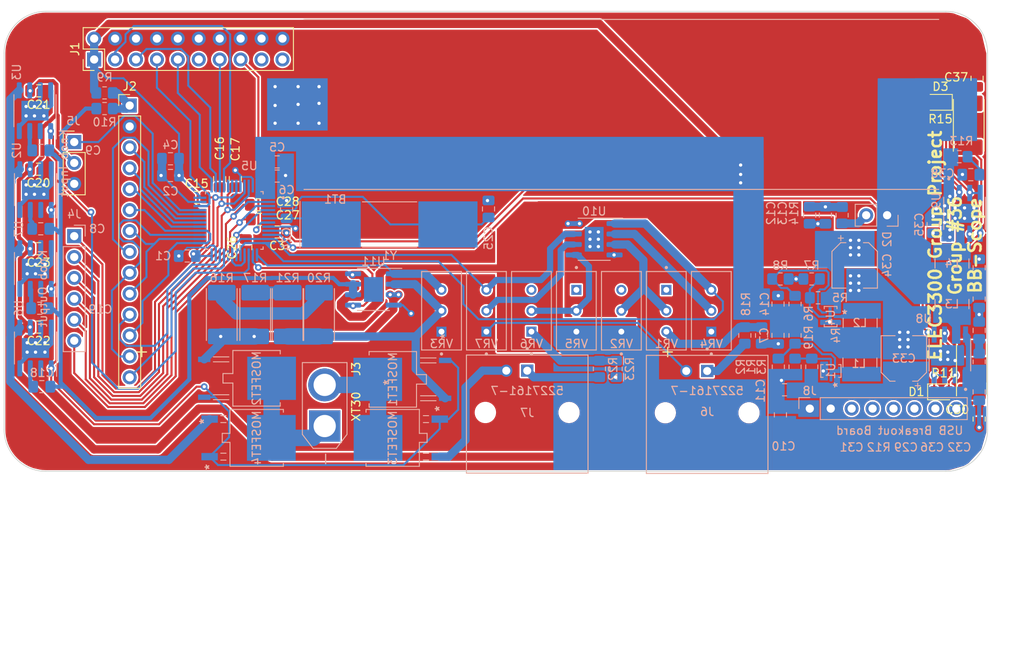
<source format=kicad_pcb>
(kicad_pcb (version 20211014) (generator pcbnew)
  (layers (0 "F.Cu" signal) (31 "B.Cu" signal) (34 "B.Paste" user) (35 "F.Paste" user) (36 "B.SilkS" user "B.Silkscreen") (37 "F.SilkS" user "F.Silkscreen") (38 "B.Mask" user) (39 "F.Mask" user) (44 "Edge.Cuts" user))
  (net 0 "")
  (net 1 "TCK")
  (net 2 "MOSI")
  (net 3 "GND")
  (net 4 "Net-(D1-Pad1)")
  (net 5 "Net-(D2-Pad2)")
  (net 6 "MISO")
  (net 7 "DT")
  (net 8 "CLK")
  (net 9 "Net-(D1-Pad2)")
  (net 10 "Banana+")
  (net 11 "Banana-")
  (net 12 "Probe1")
  (net 13 "Probe2")
  (net 14 "+5V")
  (net 15 "NTRST")
  (net 16 "TDO")
  (net 17 "TDI")
  (net 18 "TMS")
  (net 19 "Net-(R1-Pad1)")
  (net 20 "+3.3V")
  (net 21 "NSRST")
  (net 22 "IRQ")
  (net 23 "DC{slash}RS")
  (net 24 "+BATT")
  (net 25 "SCK")
  (net 26 "Key")
  (net 27 "L_CS")
  (net 28 "L_RST")
  (net 29 "BL")
  (net 30 "T_CS")
  (net 34 "Net-(L2-Pad2)")
  (net 35 "Net-(L4-Pad1)")
  (net 36 "Up")
  (net 37 "Left")
  (net 38 "Down")
  (net 39 "Right")
  (net 40 "Press")
  (net 44 "Net-(R15-Pad1)")
  (net 45 "Net-(R5-Pad1)")
  (net 46 "Net-(D3-Pad2)")
  (net 48 "Net-(D3-Pad1)")
  (net 55 "Net-(L1-Pad2)")
  (net 56 "Net-(L3-Pad1)")
  (net 57 "Net-(C24-Pad1)")
  (net 58 "Net-(C25-Pad1)")
  (net 59 "Net-(C29-Pad1)")
  (net 60 "Net-(C30-Pad2)")
  (net 61 "Net-(C37-Pad2)")
  (net 62 "Net-(C38-Pad1)")
  (net 63 "Net-(R2-Pad2)")
  (net 64 "Net-(R6-Pad1)")
  (net 65 "Amp_Wave")
  (net 66 "VCC")
  (net 67 "Current")
  (net 68 "C1")
  (net 69 "C2")
  (net 70 "Wave")
  (net 73 "Net-(C8-Pad2)")
  (net 75 "Net-(C9-Pad2)")
  (net 80 "Net-(U10-Pad2)")
  (net 81 "Net-(U10-Pad3)")
  (net 82 "Net-(U10-Pad5)")
  (net 83 "Net-(U10-Pad6)")
  (net 84 "FG")
  (net 85 "Amp-")
  (net 86 "Amp+")
  (net 87 "Net-(C18-Pad2)")
  (net 88 "Net-(C19-Pad2)")
  (net 89 "Net-(J2-Pad1)")
  (net 90 "Net-(R11-Pad1)")
  (net 91 "Net-(R16-Pad1)")
  (net 92 "Net-(R17-Pad1)")
  (net 93 "Net-(R18-Pad2)")
  (net 94 "Net-(R22-Pad2)")
  (footprint "Capacitor_SMD:C_0805_2012Metric_Pad1.18x1.45mm_HandSolder" (layer "F.Cu") (at 69.088 111.633 180)
    (fp_text reference "C27")
    (fp_text value "10uF")
  )
  (footprint "LED_SMD:LED_0805_2012Metric" (layer "F.Cu") (at 151.892 132.588)
    (fp_text reference "D1")
    (fp_text value "LED")
  )
  (footprint "Capacitor_SMD:C_0805_2012Metric_Pad1.18x1.45mm_HandSolder" (layer "F.Cu") (at 42.291 124.714 180)
    (fp_text reference "C22")
    (fp_text value "1uF")
  )
  (footprint "Capacitor_SMD:C_0805_2012Metric_Pad1.18x1.45mm_HandSolder" (layer "F.Cu") (at 71.247 113.157 180)
    (fp_text reference "C3")
    (fp_text value "100nF")
  )
  (footprint "Capacitor_SMD:C_0805_2012Metric_Pad1.18x1.45mm_HandSolder" (layer "F.Cu") (at 67.437 115.062 90)
    (fp_text reference "C26")
    (fp_text value "10uF")
  )
  (footprint "LED_SMD:LED_0805_2012Metric" (layer "F.Cu") (at 151.511 97.409 180)
    (fp_text reference "D3")
    (fp_text value "LED" hide)
  )
  (footprint "Capacitor_SMD:C_0805_2012Metric_Pad1.18x1.45mm_HandSolder" (layer "F.Cu") (at 156.21 94.488 -90)
    (fp_text reference "C37")
    (fp_text value "22uF")
  )
  (footprint "Capacitor_SMD:C_0805_2012Metric_Pad1.18x1.45mm_HandSolder" (layer "F.Cu") (at 42.291 96.012 180)
    (fp_text reference "C21")
    (fp_text value "1uF")
  )
  (footprint "Capacitor_SMD:C_0805_2012Metric_Pad1.18x1.45mm_HandSolder" (layer "F.Cu") (at 61.468 108.966)
    (fp_text reference "C15")
    (fp_text value "10uF")
  )
  (footprint "Connector_PinHeader_2.54mm:PinHeader_1x03_P2.54mm_Vertical" (layer "F.Cu") (at 46.609 102.235)
    (fp_text reference "J5")
    (fp_text value "Knob Input")
  )
  (footprint "Capacitor_SMD:C_0805_2012Metric_Pad1.18x1.45mm_HandSolder" (layer "F.Cu") (at 156.464 135.89 90)
    (fp_text reference "C30")
    (fp_text value "22uF")
  )
  (footprint "Connector_PinHeader_2.54mm:PinHeader_2x10_P2.54mm_Vertical" (layer "F.Cu") (at 49.027 92.207 90)
    (fp_text reference "J1")
    (fp_text value "JTAG Connector")
  )
  (footprint "2176231-8:RESC6331X70N" (layer "F.Cu") (at 155.575 129.921 -90)
    (fp_text reference "R11")
    (fp_text value "0R5")
  )
  (footprint "Capacitor_SMD:C_0805_2012Metric_Pad1.18x1.45mm_HandSolder" (layer "F.Cu") (at 42.291 115.189 180)
    (fp_text reference "C23")
    (fp_text value "1uF")
  )
  (footprint "Capacitor_SMD:C_0805_2012Metric_Pad1.18x1.45mm_HandSolder" (layer "F.Cu") (at 42.2695 105.537 180)
    (fp_text reference "C20")
    (fp_text value "1uF")
  )
  (footprint "Capacitor_SMD:C_0805_2012Metric_Pad1.18x1.45mm_HandSolder" (layer "F.Cu") (at 66.167 106.68 -90)
    (fp_text reference "C17")
    (fp_text value "10uF")
  )
  (footprint "Connector_PinHeader_2.54mm:PinHeader_1x14_P2.54mm_Vertical" (layer "F.Cu") (at 53.34 97.8)
    (fp_text reference "J2")
    (fp_text value "3.5\" 480x320p Display")
  )
  (footprint "Capacitor_SMD:C_0805_2012Metric_Pad1.18x1.45mm_HandSolder" (layer "F.Cu") (at 68.961 109.855 180)
    (fp_text reference "C28")
    (fp_text value "10uF")
  )
  (footprint "2176231-8:RESC6331X70N" (layer "F.Cu") (at 155.194 100.203 90)
    (fp_text reference "R15")
    (fp_text value "0R5")
  )
  (footprint "Capacitor_SMD:C_0805_2012Metric_Pad1.18x1.45mm_HandSolder" (layer "F.Cu") (at 64.262 106.68 -90)
    (fp_text reference "C16")
    (fp_text value "10uF")
  )
  (footprint "Capacitor_SMD:C_0805_2012Metric_Pad1.18x1.45mm_HandSolder" (layer "B.Cu") (at 155.448 106.1974 180)
    (fp_text reference "C38")
    (fp_text value "10uF")
  )
  (footprint "BB Scope:TRIM_3296W-1-101" (layer "B.Cu") (at 113.025 122.731 90)
    (fp_text reference "VR2")
    (fp_text value "3296W-1-101")
  )
  (footprint "IPD100N04S402:IPD100N04S402" (layer "B.Cu") (at 68.7578 138.176 90)
    (fp_text reference "MOSFET4")
    (fp_text value "IPD100N04S4-02" hide)
  )
  (footprint "Capacitor_SMD:C_0805_2012Metric_Pad1.18x1.45mm_HandSolder" (layer "B.Cu") (at 60.325 116.078 180)
    (fp_text reference "C1")
    (fp_text value "100nF")
  )
  (footprint "Capacitor_SMD:C_0805_2012Metric_Pad1.18x1.45mm_HandSolder" (layer "B.Cu") (at 156.464 125.1204 90)
    (fp_text reference "C29")
    (fp_text value "10uF")
  )
  (footprint "Capacitor_SMD:C_0805_2012Metric_Pad1.18x1.45mm_HandSolder" (layer "B.Cu") (at 150.876 112.268 -90)
    (fp_text reference "C35")
    (fp_text value "10uF")
  )
  (footprint "Capacitor_SMD:C_0805_2012Metric_Pad1.18x1.45mm_HandSolder" (layer "B.Cu") (at 58.293 104.267 180)
    (fp_text reference "C4")
    (fp_text value "4.7uF")
  )
  (footprint "Capacitor_SMD:CP_Elec_5x3" (layer "B.Cu") (at 141.351 117.221 -90)
    (fp_text reference "C34")
    (fp_text value "100uF")
  )
  (footprint "TJ60S04M3L:TJ60S04M3L" (layer "B.Cu") (at 85.283801 131.064 -90)
    (fp_text reference "MOSFET1")
    (fp_text value "TJ60S04M3LT6L1_NQ" hide)
  )
  (footprint "Capacitor_SMD:C_0805_2012Metric_Pad1.18x1.45mm_HandSolder" (layer "B.Cu") (at 71.247 106.371)
    (fp_text reference "C6")
    (fp_text value "1uF")
  )
  (footprint "Capacitor_SMD:C_0805_2012Metric_Pad1.18x1.45mm_HandSolder" (layer "B.Cu") (at 58.293 106.299 180)
    (fp_text reference "C2")
    (fp_text value "100nF")
  )
  (footprint "Capacitor_SMD:C_0805_2012Metric_Pad1.18x1.45mm_HandSolder" (layer "B.Cu") (at 156.464 117.5004 -90)
    (fp_text reference "C32")
    (fp_text value "22uF")
  )
  (footprint "Resistor_SMD:R_0805_2012Metric_Pad1.20x1.40mm_HandSolder" (layer "B.Cu") (at 132.08 129.54 90)
    (fp_text reference "R2")
    (fp_text value "1k")
  )
  (footprint "BB Scope:TRIM_3296W-1-101" (layer "B.Cu") (at 107.569 122.731 -90)
    (fp_text reference "VR5")
    (fp_text value "3296W-1-101")
  )
  (footprint "Resistor_SMD:R_0805_2012Metric_Pad1.20x1.40mm_HandSolder" (layer "B.Cu") (at 156.464 128.9304 -90)
    (fp_text reference "R12")
    (fp_text value "1R")
  )
  (footprint "Capacitor_SMD:C_0805_2012Metric_Pad1.18x1.45mm_HandSolder" (layer "B.Cu") (at 72.39 110.4646 90)
    (fp_text reference "C24")
    (fp_text value "22pF" hide)
  )
  (footprint "Capacitor_SMD:C_0805_2012Metric_Pad1.18x1.45mm_HandSolder" (layer "B.Cu") (at 135.89 111.125 90)
    (fp_text reference "C12")
    (fp_text value "10uF")
  )
  (footprint "Resistor_SMD:R_0805_2012Metric_Pad1.20x1.40mm_HandSolder" (layer "B.Cu") (at 112.395 129.794 90)
    (fp_text reference "R23")
    (fp_text value "1k")
  )
  (footprint "Connector_PinHeader_2.54mm:PinHeader_1x02_P2.54mm_Vertical" (layer "B.Cu") (at 145.288 111.125 90)
    (fp_text reference "D2")
    (fp_text value "LED")
  )
  (footprint "Capacitor_SMD:C_0805_2012Metric_Pad1.18x1.45mm_HandSolder" (layer "B.Cu") (at 156.464 121.3104 -90)
    (fp_text reference "C36")
    (fp_text value "22uF")
  )
  (footprint "BB Scope:TRIM_3296W-1-101" (layer "B.Cu") (at 123.947 122.731 90)
    (fp_text reference "VR4")
    (fp_text value "3296W-1-101")
  )
  (footprint "Connector_PinHeader_2.54mm:PinHeader_1x06_P2.54mm_Vertical" (layer "B.Cu") (at 46.609 113.665 180)
    (fp_text reference "J4")
    (fp_text value "Knob Output")
  )
  (footprint "Capacitor_SMD:C_0805_2012Metric_Pad1.18x1.45mm_HandSolder" (layer "B.Cu") (at 132.334 135.382 90)
    (fp_text reference "C10")
    (fp_text value "10uF")
  )
  (footprint "TJ60S04M3L:TJ60S04M3L" (layer "B.Cu") (at 68.7418 130.937 90)
    (fp_text reference "MOSFET2")
    (fp_text value "TJ60S04M3LT6L1_NQ" hide)
  )
  (footprint "Resistor_SMD:R_0805_2012Metric_Pad1.20x1.40mm_HandSolder" (layer "B.Cu") (at 134.112 129.54 -90)
    (fp_text reference "R1")
    (fp_text value "3k2")
  )
  (footprint "BB Scope:18650 Case" (layer "B.Cu") (at 113.03 97.663)
    (fp_text reference "BT1")
    (fp_text value "Molicel P26A")
  )
  (footprint "BB Scope:TRIM_3296W-1-101" (layer "B.Cu") (at 118.486 122.731 -90)
    (fp_text reference "VR1")
    (fp_text value "3296W-1-101")
  )
  (footprint "Resistor_SMD:R_0805_2012Metric_Pad1.20x1.40mm_HandSolder" (layer "B.Cu") (at 130.048 125.73 90)
    (fp_text reference "R19")
    (fp_text value "1k")
  )
  (footprint "Resistor_SMD:R_0805_2012Metric_Pad1.20x1.40mm_HandSolder" (layer "B.Cu") (at 139.827 111.125 90)
    (fp_text reference "R14")
    (fp_text value "250R")
  )
  (footprint "Capacitor_SMD:C_0805_2012Metric_Pad1.18x1.45mm_HandSolder" (layer "B.Cu") (at 137.795 111.125 90)
    (fp_text reference "C13")
    (fp_text value "100nF")
  )
  (footprint "Capacitor_SMD:C_0805_2012Metric_Pad1.18x1.45mm_HandSolder" (layer "B.Cu") (at 42.545 112.776 180)
    (fp_text reference "C8")
    (fp_text value "100nF")
  )
  (footprint "Inductor_SMD:L_Coilcraft_LPS4018" (layer "B.Cu") (at 153.162 116.9924 -90)
    (fp_text reference "L4")
    (fp_text value "1uH" hide)
  )
  (footprint "Crystal:Crystal_SMD_SeikoEpson_MA505-2Pin_12.7x5.1mm_HandSoldering" (layer "B.Cu") (at 84.8868 112.2426)
    (fp_text reference "Y1")
    (fp_text value "8MHz")
  )
  (footprint "BB Scope:TE_5227161-7" (layer "B.Cu") (at 123.444 135.128)
    (fp_text reference "J6")
    (fp_text value "5227161-7")
  )
  (footprint "Resistor_SMD:R_0805_2012Metric_Pad1.20x1.40mm_HandSolder" (layer "B.Cu") (at 50.292 96.266)
    (fp_text reference "R9")
    (fp_text value "1R")
  )
  (footprint "IPD100N04S402:IPD100N04S402" (layer "B.Cu") (at 85.2678 138.176 -90)
    (fp_text reference "MOSFET3")
    (fp_text value "IPD100N04S4-02" hide)
  )
  (footprint "2176231-8:RESC6331X70N" (layer "B.Cu") (at 72.517 123.19 90)
    (fp_text reference "R21")
    (fp_text value "0R5")
  )
  (footprint "BB Scope:TPS-564247DRLR" (layer "B.Cu") (at 138.43 123.444 180)
    (fp_text reference "U4")
    (fp_text value "TPS564247DRLR" hide)
  )
  (footprint "BB Scope:TRIM_3296W-1-101" (layer "B.Cu") (at 96.642 122.731 90)
    (fp_text reference "VR7")
    (fp_text value "3296W-1-101")
  )
  (footprint "Resistor_SMD:R_0805_2012Metric_Pad1.20x1.40mm_HandSolder" (layer "B.Cu") (at 136.906 121.158)
    (fp_text reference "R5")
    (fp_text value "1k")
  )
  (footprint "Capacitor_SMD:C_0805_2012Metric_Pad1.18x1.45mm_HandSolder" (layer "B.Cu") (at 156.464 132.588 -90)
    (fp_text reference "C31")
    (fp_text value "10uF")
  )
  (footprint "Capacitor_SMD:C_0805_2012Metric_Pad1.18x1.45mm_HandSolder" (layer "B.Cu") (at 42.672 131.953 180)
    (fp_text reference "C18")
    (fp_text value "100nF")
  )
  (footprint "Package_SO:SOIC-8-1EP_3.9x4.9mm_P1.27mm_EP2.41x3.3mm" (layer "B.Cu") (at 41.91 127.254 90)
    (fp_text reference "U6")
    (fp_text value "PAM8302AAD")
  )
  (footprint "Capacitor_SMD:C_0805_2012Metric_Pad1.18x1.45mm_HandSolder" (layer "B.Cu") (at 132.044 125.73 -90)
    (fp_text reference "C7")
    (fp_text value "47uF")
  )
  (footprint "Connector_PinHeader_2.54mm:PinHeader_1x08_P2.54mm_Vertical" (layer "B.Cu") (at 135.905 134.62 -90)
    (fp_text reference "J8")
    (fp_text value "USB Breakout Board")
  )
  (footprint "Capacitor_SMD:C_0805_2012Metric_Pad1.18x1.45mm_HandSolder" (layer "B.Cu") (at 132.842 132.334 180)
    (fp_text reference "C11")
    (fp_text value "100nF")
  )
  (footprint "Package_SO:SOIC-8-1EP_3.9x4.9mm_P1.27mm_EP2.41x3.3mm" (layer "B.Cu") (at 41.846 98.425 90)
    (fp_text reference "U3")
    (fp_text value "PAM8302AAD")
  )
  (footprint "Connector_AMASS:AMASS_XT30U-F_1x02_P5.0mm_Vertical" (layer "B.Cu") (at 77.0128 136.739 90)
    (fp_text reference "J3")
    (fp_text value "XT30")
  )
  (footprint "Inductor_SMD:L_Coilcraft_LPS4018" (layer "B.Cu") (at 142.015 124.206 90)
    (fp_text reference "L2")
    (fp_text value "1.5u")
  )
  (footprint "BB Scope:TRIM_3296W-1-101" (layer "B.Cu") (at 91.191 122.731 90)
    (fp_text reference "VR3")
    (fp_text value "3296W-1-101" hide)
  )
  (footprint "Resistor_SMD:R_0805_2012Metric_Pad1.20x1.40mm_HandSolder" (layer "B.Cu") (at 134.112 121.92 -90)
    (fp_text reference "R6")
    (fp_text value "4k5")
  )
  (footprint "BB Scope:TE_5227161-7" (layer "B.Cu") (at 101.6 135.0895)
    (fp_text reference "J7")
    (fp_text value "5227161-7")
  )
  (footprint "Resistor_SMD:R_0805_2012Metric_Pad1.20x1.40mm_HandSolder" (layer "B.Cu") (at 110.363 129.794 90)
    (fp_text reference "R22")
    (fp_text value "9k")
  )
  (footprint "Capacitor_SMD:CP_Elec_5x3" (layer "B.Cu") (at 147.32 128.524 90)
    (fp_text reference "C33")
    (fp_text value "100uF")
  )
  (footprint "BB Scope:QFP50P900X900X160-48N" (layer "B.Cu") (at 66.04 111.76 180)
    (fp_text reference "U5")
    (fp_text value "STM32F303CCT6")
  )
  (footprint "Resistor_SMD:R_0805_2012Metric_Pad1.20x1.40mm_HandSolder" (layer "B.Cu") (at 154.051 104.013 180)
    (fp_text reference "R13")
    (fp_text value "1R")
  )
  (footprint "2176231-8:RESC6331X70N" (layer "B.Cu") (at 64.516 123.19 -90)
    (fp_text reference "R16")
    (fp_text value "0R5")
  )
  (footprint "Resistor_SMD:R_0805_2012Metric_Pad1.20x1.40mm_HandSolder" (layer "B.Cu") (at 136.128 118.872 180)
    (fp_text reference "R7")
    (fp_text value "3k2")
  )
  (footprint "Resistor_SMD:R_0805_2012Metric_Pad1.20x1.40mm_HandSolder" (layer "B.Cu") (at 128.016 125.73 90)
    (fp_text reference "R18")
    (fp_text value "9k")
  )
  (footprint "Package_SO:SOIC-8-1EP_3.9x4.9mm_P1.27mm_EP2.29x3mm" (layer "B.Cu") (at 109.728 114.046 180)
    (fp_text reference "U10")
    (fp_text value "LM358")
  )
  (footprint "Capacitor_SMD:C_0805_2012Metric_Pad1.18x1.45mm_HandSolder" (layer "B.Cu") (at 71.247 104.648)
    (fp_text reference "C5")
    (fp_text value "10nF")
  )
  (footprint "BB Scope:TPS-564247DRLR" (layer "B.Cu") (at 138.459 130.048 90)
    (fp_text reference "U1")
    (fp_text value "TPS564247DRLR" hide)
  )
  (footprint "Package_SO:SOIC-8-1EP_3.9x4.9mm_P1.27mm_EP2.41x3.3mm" (layer "B.Cu") (at 41.91 108.012 90)
    (fp_text reference "U2")
    (fp_text value "PAM8302AAD")
  )
  (footprint "Capacitor_SMD:C_0805_2012Metric_Pad1.18x1.45mm_HandSolder" (layer "B.Cu") (at 42.545 103.251 180)
    (fp_text reference "C9")
    (fp_text value "100nF")
  )
  (footprint "Capacitor_SMD:C_0805_2012Metric_Pad1.18x1.45mm_HandSolder" (layer "B.Cu") (at 42.418 122.428 180)
    (fp_text reference "C19")
    (fp_text value "100nF")
  )
  (footprint "Capacitor_SMD:C_0805_2012Metric_Pad1.18x1.45mm_HandSolder" (layer "B.Cu") (at 132.044 121.92 -90)
    (fp_text reference "C14")
    (fp_text value "47uF")
  )
  (footprint "BB Scope:TRIM_3296W-1-101" (layer "B.Cu") (at 102.108 122.731 90)
    (fp_text reference "VR6")
    (fp_text value "3296W-1-101")
  )
  (footprint "Inductor_SMD:L_Coilcraft_LPS4018" (layer "B.Cu") (at 153.162 121.92 90)
    (fp_text reference "L3")
    (fp_text value "1uH" hide)
  )
  (footprint "Package_SO:SOIC-8-1EP_3.9x4.9mm_P1.27mm_EP2.29x3mm" (layer "B.Cu") (at 82.931 120.142 180)
    (fp_text reference "U11")
    (fp_text value "LM358" hide)
  )
  (footprint "Inductor_SMD:L_Coilcraft_LPS4018" (layer "B.Cu") (at 141.986 129.032 -90)
    (fp_text reference "L1")
    (fp_text value "1.5u")
  )
  (footprint "2176231-8:RESC6331X70N" (layer "B.Cu") (at 68.58 123.19 -90)
    (fp_text reference "R17")
    (fp_text value "0R5")
  )
  (footprint "Capacitor_SMD:C_0805_2012Metric_Pad1.18x1.45mm_HandSolder" (layer "B.Cu") (at 96.901 110.363 90)
    (fp_text reference "C25")
    (fp_text value "22pF" hide)
  )
  (footprint "Resistor_SMD:R_0805_2012Metric_Pad1.20x1.40mm_HandSolder" (layer "B.Cu") (at 50.292 98.171)
    (fp_text reference "R10")
    (fp_text value "1R")
  )
  (footprint "Package_SO:SOIC-8-1EP_3.9x4.9mm_P1.27mm_EP2.41x3.3mm" (layer "B.Cu") (at 41.91 117.602 90)
    (fp_text reference "U7")
    (fp_text value "PAM8302AAD")
  )
  (footprint "RT7272AGSP:SOIC127P599X175-9N" (layer "B.Cu") (at 154.686 110.8964 -90)
    (fp_text reference "U9")
    (fp_text value "IP5306")
  )
  (footprint "Resistor_SMD:R_0805_2012Metric_Pad1.20x1.40mm_HandSolder" (layer "B.Cu") (at 132.334 118.872 180)
    (fp_text reference "R8")
    (fp_text value "1k")
  )
  (footprint "2176231-8:RESC6331X70N" (layer "B.Cu") (at 76.327 123.19 90)
    (fp_text reference "R20")
    (fp_text value "0R5")
  )
  (footprint "Resistor_SMD:R_0805_2012Metric_Pad1.20x1.40mm_HandSolder" (layer "B.Cu") (at 136.144 129.54 -90)
    (fp_text reference "R3")
    (fp_text value "1k")
  )
  (footprint "Resistor_SMD:R_0805_2012Metric_Pad1.20x1.40mm_HandSolder" (layer "B.Cu") (at 134.112 125.73 90)
    (fp_text reference "R4")
    (fp_text value "4k5")
  )
  (footprint "RT7272AGSP:SOIC127P599X175-9N" (layer "B.Cu") (at 152.908 128.090801 90)
    (fp_text reference "U8")
    (fp_text value "IP5306")
  )
  (gr_arc (start 38.1 91.44) (mid 39.587898 87.847898) (end 43.18 86.36) (layer "Edge.Cuts") (width 0.1))
  (gr_arc (start 157.48 137.16) (mid 155.992102 140.752102) (end 152.4 142.24) (layer "Edge.Cuts") (width 0.1))
  (gr_line (start 152.4 142.24) (end 43.18 142.24) (layer "Edge.Cuts") (width 0.1))
  (gr_line (start 38.1 137.16) (end 38.1 91.44) (layer "Edge.Cuts") (width 0.1))
  (gr_line (start 152.4 86.36) (end 152.4 86.36) (layer "Edge.Cuts") (width 0.1))
  (gr_arc (start 152.4 86.36) (mid 155.992102 87.847898) (end 157.48 91.44) (layer "Edge.Cuts") (width 0.1))
  (gr_arc (start 43.18 142.24) (mid 39.587898 140.752102) (end 38.1 137.16) (layer "Edge.Cuts") (width 0.1))
  (gr_line (start 43.18 86.36) (end 152.4 86.36) (layer "Edge.Cuts") (width 0.1))
  (gr_line (start 152.4 142.24) (end 152.4 142.24) (layer "Edge.Cuts") (width 0.1))
  (gr_line (start 157.48 91.44) (end 157.48 137.16) (layer "Edge.Cuts") (width 0.1))
  (gr_text "ELEC3300 Group Project\nGroup #36\nBB-Scope" (at 153.543 114.808 90) (layer "F.SilkS") (effects (font (size 1.5 1.5) (thickness 0.3))))
  (gr_text "+" (at 118.646656 127.6251) (layer "F.SilkS") (effects (font (size 1.5 1.5))))
  (segment (start 63.29 106.724) (end 61.849 105.283) (width 0.25) (layer "B.Cu") (net 1))
  (segment (start 59.187 96.271) (end 59.187 92.207) (width 0.25) (layer "B.Cu") (net 1))
  (segment (start 61.849 98.933) (end 59.187 96.271) (width 0.25) (layer "B.Cu") (net 1))
  (segment (start 61.849 105.283) (end 61.849 98.933) (width 0.25) (layer "B.Cu") (net 1))
  (segment (start 63.29 107.58) (end 63.29 106.724) (width 0.25) (layer "B.Cu") (net 1))
  (segment (start 57.638 113.01) (end 55.128 110.5) (width 0.25) (layer "B.Cu") (net 2))
  (segment (start 63.119 114.124059) (end 63.119 113.395941) (width 0.25) (layer "B.Cu") (net 2))
  (segment (start 61.86 113.01) (end 57.638 113.01) (width 0.25) (layer "B.Cu") (net 2))
  (segment (start 54.8894 121.5644) (end 58.039 118.4148) (width 0.25) (layer "B.Cu") (net 2))
  (segment (start 58.039 118.4148) (end 58.039 115.57) (width 0.25) (layer "B.Cu") (net 2))
  (segment (start 59.099 114.51) (end 61.86 114.51) (width 0.25) (layer "B.Cu") (net 2))
  (segment (start 61.86 114.51) (end 62.733059 114.51) (width 0.25) (layer "B.Cu") (net 2))
  (segment (start 55.128 110.5) (end 53.34 110.5) (width 0.25) (layer "B.Cu") (net 2))
  (segment (start 63.119 113.395941) (end 62.733059 113.01) (width 0.25) (layer "B.Cu") (net 2))
  (segment (start 53.34 125.74) (end 54.8894 124.1906) (width 0.25) (layer "B.Cu") (net 2))
  (segment (start 54.8894 124.1906) (end 54.8894 121.5644) (width 0.25) (layer "B.Cu") (net 2))
  (segment (start 62.733059 114.51) (end 63.119 114.124059) (width 0.25) (layer "B.Cu") (net 2))
  (segment (start 62.733059 113.01) (end 61.86 113.01) (width 0.25) (layer "B.Cu") (net 2))
  (segment (start 58.039 115.57) (end 59.099 114.51) (width 0.25) (layer "B.Cu") (net 2))
  (segment (start 73.4715 112.7372) (end 73.4715 112.718327) (width 0.25) (layer "F.Cu") (net 3))
  (segment (start 72.386173 111.633) (end 70.1255 111.633) (width 0.25) (layer "F.Cu") (net 3))
  (segment (start 73.4715 112.718327) (end 72.386173 111.633) (width 0.25) (layer "F.Cu") (net 3))
  (via (at 110.236 114.046) (size 0.8) (drill 0.4) (layers "F.Cu" "B.Cu") (net 3))
  (via (at 41.91 126.619) (size 0.8) (drill 0.4) (layers "F.Cu" "B.Cu") (net 3))
  (via (at 137.541 130.048) (size 0.8) (drill 0.4) (layers "F.Cu" "B.Cu") (net 3))
  (via (at 72.263 106.299) (size 0.8) (drill 0.4) (layers "F.Cu" "B.Cu") (net 3))
  (via (at 153.543 111.506) (size 0.8) (drill 0.4) (layers "F.Cu" "B.Cu") (net 3))
  (via (at 153.543 128.778) (size 0.8) (drill 0.4) (layers "F.Cu" "B.Cu") (net 3))
  (via (at 42.926 108.585) (size 0.8) (drill 0.4) (layers "F.Cu" "B.Cu") (net 3))
  (via (at 141.859 119.38) (size 0.8) (drill 0.4) (layers "F.Cu" "B.Cu") (net 3))
  (via (at 137.795 110.109) (size 0.8) (drill 0.4) (layers "F.Cu" "B.Cu") (net 3))
  (via (at 110.236 114.935) (size 0.8) (drill 0.4) (layers "F.Cu" "B.Cu") (net 3))
  (via (at 132.08 120.904) (size 0.8) (drill 0.4) (layers "F.Cu" "B.Cu") (net 3))
  (via (at 109.22 114.935) (size 0.8) (drill 0.4) (layers "F.Cu" "B.Cu") (net 3))
  (via (at 72.39 109.347) (size 0.8) (drill 0.4) (layers "F.Cu" "B.Cu") (net 3))
  (via (at 156.464 116.459) (size 0.8) (drill 0.4) (layers "F.Cu" "B.Cu") (net 3))
  (via (at 147.828 127.127) (size 0.8) (drill 0.4) (layers "F.Cu" "B.Cu") (net 3))
  (via (at 140.843 120.269) (size 0.8) (drill 0.4) (layers "F.Cu" "B.Cu") (net 3))
  (via (at 40.894 117.094) (size 0.8) (drill 0.4) (layers "F.Cu" "B.Cu") (net 3))
  (via (at 70.993 99.949) (size 0.8) (drill 0.4) (layers "F.Cu" "B.Cu") (net 3))
  (via (at 138.303 124.079) (size 0.8) (drill 0.4) (layers "F.Cu" "B.Cu") (net 3))
  (via (at 141.859 118.491) (size 0.8) (drill 0.4) (layers "F.Cu" "B.Cu") (net 3))
  (via (at 41.91 118.237) (size 0.8) (drill 0.4) (layers "F.Cu" "B.Cu") (net 3))
  (via (at 140.843 119.38) (size 0.8) (drill 0.4) (layers "F.Cu" "B.Cu") (net 3))
  (via (at 40.894 126.619) (size 0.8) (drill 0.4) (layers "F.Cu" "B.Cu") (net 3))
  (via (at 42.926 97.917) (size 0.8) (drill 0.4) (layers "F.Cu" "B.Cu") (net 3))
  (via (at 109.22 113.157) (size 0.8) (drill 0.4) (layers "F.Cu" "B.Cu") (net 3))
  (via (at 73.787 97.663) (size 0.8) (drill 0.4) (layers "F.Cu" "B.Cu") (net 3))
  (via (at 154.432 106.172) (size 0.8) (drill 0.4) (layers "F.Cu" "B.Cu") (net 3))
  (via (at 41.783 107.442) (size 0.8) (drill 0.4) (layers "F.Cu" "B.Cu") (net 3))
  (via (at 41.783 99.06) (size 0.8) (drill 0.4) (layers "F.Cu" "B.Cu") (net 3))
  (via (at 40.767 99.06) (size 0.8) (drill 0.4) (layers "F.Cu" "B.Cu") (net 3))
  (via (at 146.812 125.349) (size 0.8) (drill 0.4) (layers "F.Cu" "B.Cu") (net 3))
  (via (at 41.91 117.094) (size 0.8) (drill 0.4) (layers "F.Cu" "B.Cu") (net 3))
  (via (at 132.461 131.191) (size 0.8) (drill 0.4) (layers "F.Cu" "B.Cu") (net 3))
  (via (at 76.327 99.949) (size 0.8) (drill 0.4) (layers "F.Cu" "B.Cu") (net 3))
  (via (at 40.894 118.237) (size 0.8) (drill 0.4) (layers "F.Cu" "B.Cu") (net 3))
  (via (at 156.464 136.906) (size 0.8) (drill 0.4) (layers "F.Cu" "B.Cu") (net 3))
  (via (at 152.654 127.762) (size 0.8) (drill 0.4) (layers "F.Cu" "B.Cu") (net 3))
  (via (at 96.774 109.347) (size 0.8) (drill 0.4) (layers "F.Cu" "B.Cu") (net 3))
  (via (at 140.843 118.491) (size 0.8) (drill 0.4) (layers "F.Cu" "B.Cu") (net 3))
  (via (at 42.926 107.442) (size 0.8) (drill 0.4) (layers "F.Cu" "B.Cu") (net 3))
  (via (at 146.812 127.127) (size 0.8) (drill 0.4) (layers "F.Cu" "B.Cu") (net 3))
  (via (at 147.828 126.238) (size 0.8) (drill 0.4) (layers "F.Cu" "B.Cu") (net 3))
  (via (at 154.686 110.236) (size 0.8) (drill 0.4) (layers "F.Cu" "B.Cu") (net 3))
  (via (at 152.654 128.651) (size 0.8) (drill 0.4) (layers "F.Cu" "B.Cu") (net 3))
  (via (at 151.765 128.651) (size 0.8) (drill 0.4) (layers "F.Cu" "B.Cu") (net 3))
  (via (at 42.926 99.06) (size 0.8) (drill 0.4) (layers "F.Cu" "B.Cu") (net 3))
  (via (at 146.812 126.238) (size 0.8) (drill 0.4) (layers "F.Cu" "B.Cu") (net 3))
  (via (at 43.053 126.619) (size 0.8) (drill 0.4) (layers "F.Cu" "B.Cu") (net 3))
  (via (at 110.236 113.157) (size 0.8) (drill 0.4) (layers "F.Cu" "B.Cu") (net 3))
  (via (at 70.993 97.79) (size 0.8) (drill 0.4) (layers "F.Cu" "B.Cu") (net 3))
  (via (at 41.783 108.585) (size 0.8) (drill 0.4) (layers "F.Cu" "B.Cu") (net 3))
  (via (at 87.503 123.063) (size 0.8) (drill 0.4) (layers "F.Cu" "B.Cu") (net 3))
  (via (at 155.829 110.236) (size 0.8) (drill 0.4) (layers "F.Cu" "B.Cu") (net 3))
  (via (at 154.686 111.506) (size 0.8) (drill 0.4) (layers "F.Cu" "B.Cu") (net 3))
  (via (at 112.141 115.951) (size 0.8) (drill 0.4) (layers "F.Cu" "B.Cu") (net 3))
  (via (at 70.993 95.504) (size 0.8) (drill 0.4) (layers "F.Cu" "B.Cu") (net 3))
  (via (at 41.783 97.917) (size 0.8) (drill 0.4) (layers "F.Cu" "B.Cu") (net 3))
  (via (at 109.22 114.046) (size 0.8) (drill 0.4) (layers "F.Cu" "B.Cu") (net 3))
  (via (at 57.15 106.299) (size 0.8) (drill 0.4) (layers "F.Cu" "B.Cu") (net 3))
  (via (at 156.464 123.19) (size 0.8) (drill 0.4) (layers "F.Cu" "B.Cu") (net 3))
  (via (at 141.859 120.269) (size 0.8) (drill 0.4) (layers "F.Cu" "B.Cu") (net 3))
  (via (at 66.167 105.664) (size 0.8) (drill 0.4) (layers "F.Cu" "B.Cu") (net 3))
  (via (at 147.828 125.349) (size 0.8) (drill 0.4) (layers "F.Cu" "B.Cu") (net 3))
  (via (at 134.239 118.872) (size 0.8) (drill 0.4) (layers "F.Cu" "B.Cu") (net 3))
  (via (at 40.894 127.762) (size 0.8) (drill 0.4) (layers "F.Cu" "B.Cu") (net 3))
  (via (at 155.829 111.506) (size 0.8) (drill 0.4) (layers "F.Cu" "B.Cu") (net 3))
  (via (at 112.3195 130.81) (size 0.8) (drill 0.4) (layers "F.Cu" "B.Cu") (net 3))
  (via (at 73.787 95.504) (size 0.8) (drill 0.4) (layers "F.Cu" "B.Cu") (net 3))
  (via (at 43.053 118.237) (size 0.8) (drill 0.4) (layers "F.Cu" "B.Cu") (net 3))
  (via (at 76.327 97.536) (size 0.8) (drill 0.4) (layers "F.Cu" "B.Cu") (net 3))
  (via (at 76.327 95.504) (size 0.8) (drill 0.4) (layers "F.Cu" "B.Cu") (net 3))
  (via (at 132.08 126.746) (size 0.8) (drill 0.4) (layers "F.Cu" "B.Cu") (net 3))
  (via (at 43.053 117.094) (size 0.8) (drill 0.4) (layers "F.Cu" "B.Cu") (net 3))
  (via (at 40.767 97.917) (size 0.8) (drill 0.4) (layers "F.Cu" "B.Cu") (net 3))
  (via (at 153.543 110.236) (size 0.8) (drill 0.4) (layers "F.Cu" "B.Cu") (net 3))
  (via (at 43.053 127.762) (size 0.8) (drill 0.4) (layers "F.Cu" "B.Cu") (net 3))
  (via (at 151.765 127.635) (size 0.8) (drill 0.4) (layers "F.Cu" "B.Cu") (net 3))
  (via (at 59.309 116.078) (size 0.8) (drill 0.4) (layers "F.Cu" "B.Cu") (net 3))
  (via (at 41.91 127.762) (size 0.8) (drill 0.4) (layers "F.Cu" "B.Cu") (net 3))
  (via (at 150.876 113.284) (size 0.8) (drill 0.4) (layers "F.Cu" "B.Cu") (net 3))
  (via (at 73.787 99.949) (size 0.8) (drill 0.4) (layers "F.Cu" "B.Cu") (net 3))
  (via (at 73.4715 112.7372) (size 0.8) (drill 0.4) (layers "F.Cu" "B.Cu") (net 3))
  (via (at 40.767 108.585) (size 0.8) (drill 0.4) (layers "F.Cu" "B.Cu") (net 3))
  (via (at 40.767 107.442) (size 0.8) (drill 0.4) (layers "F.Cu" "B.Cu") (net 3))
  (segment (start 66.79 106.287) (end 66.7385 106.2355) (width 0.25) (layer "B.Cu") (net 3))
  (segment (start 86.487 122.047) (end 87.503 123.063) (width 0.25) (layer "B.Cu") (net 3))
  (segment (start 68.29 106.706941) (end 68.058059 106.475) (width 0.25) (layer "B.Cu") (net 3))
  (segment (start 132.2995 120.92) (end 132.262 120.8825) (width 0.25) (layer "B.Cu") (net 3))
  (segment (start 130.048 126.73) (end 132.0065 126.73) (width 1) (layer "B.Cu") (net 3))
  (segment (start 43.307 127.254) (end 43.815 126.746) (width 0.5) (layer "B.Cu") (net 3))
  (segment (start 112.203 115.951) (end 112.141 115.951) (width 0.25) (layer "B.Cu") (net 3))
  (segment (start 41.91 108.012) (end 42.545 107.377) (width 0.5) (layer "B.Cu") (net 3))
  (segment (start 73.2443 112.51) (end 73.4715 112.7372) (width 0.25) (layer "B.Cu") (net 3))
  (segment (start 66.7385 106.2355) (end 66.167 105.664) (width 0.25) (layer "B.Cu") (net 3))
  (segment (start 41.91 117.602) (end 43.307 117.602) (width 0.5) (layer "B.Cu") (net 3))
  (segment (start 63.79 115.066941) (end 63.531059 114.808) (width 0.25) (layer "B.Cu") (net 3))
  (segment (start 137.8325 110.125) (end 137.795 110.0875) (width 0.25) (layer "B.Cu") (net 3))
  (segment (start 41.846 98.425) (end 42.481 97.79) (width 0.5) (layer "B.Cu") (net 3))
  (segment (start 43.815 96.014) (end 43.751 95.95) (width 0.5) (layer "B.Cu") (net 3))
  (segment (start 40.005 119.507) (end 40.005 120.077) (width 0.5) (layer "B.Cu") (net 3))
  (segment (start 41.91 117.602) (end 40.005 119.507) (width 0.5) (layer "B.Cu") (net 3))
  (segment (start 156.464 136.906) (end 156.464 133.6255) (width 0.5) (layer "B.Cu") (net 3))
  (segment (start 120.904 130.048) (end 115.062 124.206) (width 0.25) (layer "B.Cu") (net 3))
  (segment (start 39.941 100.33) (end 39.941 100.9) (width 0.5) (layer "B.Cu") (net 3))
  (segment (start 42.545 107.377) (end 42.545 105.537) (width 0.5) (layer "B.Cu") (net 3))
  (segment (start 61.86 109.51) (end 60.4665 109.51) (width 0.25) (layer "B.Cu") (net 3))
  (segment (start 57.2555 104.267) (end 57.2555 106.299) (width 1) (layer "B.Cu") (net 3))
  (segment (start 135.89 110.0875) (end 137.7735 110.0875) (width 1) (layer "B.Cu") (net 3))
  (segment (start 70.22 112.51) (end 73.2443 112.51) (width 0.25) (layer "B.Cu") (net 3))
  (segment (start 68.058059 106.475) (end 66.978 106.475) (width 0.25) (layer "B.Cu") (net 3))
  (segment (start 42.545 126.619) (end 42.545 124.779) (width 0.5) (layer "B.Cu") (net 3))
  (segment (start 63.531059 114.808) (end 63.246 114.808) (width 0.25) (layer "B.Cu") (net 3))
  (segment (start 62.839297 115.053) (end 63.084297 114.808) (width 0.2) (layer "B.Cu") (net 3))
  (segment (start 43.815 107.442) (end 43.815 105.537) (width 0.5) (layer "B.Cu") (net 3))
  (segment (start 63.084297 114.808) (end 63.246 114.808) (width 0.2) (layer "B.Cu") (net 3))
  (segment (start 63.79 115.94) (end 63.79 115.066941) (width 0.25) (layer "B.Cu") (net 3))
  (segment (start 90.9828 140.456001) (end 92.080999 140.456001) (width 1) (layer "B.Cu") (net 3))
  (segment (start 41.846 98.425) (end 43.18 98.425) (width 0.5) (layer "B.Cu") (net 3))
  (segment (start 41.91 127.254) (end 40.005 129.159) (width 0.5) (layer "B.Cu") (net 3))
  (segment (start 85.406 122.047) (end 86.487 122.047) (width 0.25) (layer "B.Cu") (net 3))
  (segment (start 96.901 109.3255) (end 96.7955 109.3255) (width 0.25) (layer "B.Cu") (net 3))
  (segment (start 112.3355 130.794) (end 112.3195 130.81) (width 0.25) (layer "B.Cu") (net 3))
  (segment (start 115.062 124.206) (end 97.707 124.206) (width 0.25) (layer "B.Cu") (net 3))
  (segment (start 139.827 110.125) (end 137.8325 110.125) (width 1) (layer "B.Cu") (net 3))
  (segment (start 96.15825 130.0095) (end 99.06 130.0095) (width 1) (layer "B.Cu") (net 3))
  (segment (start 42.545 116.967) (end 42.545 115.127) (width 0.5) (layer "B.Cu") (net 3))
  (segment (start 92.080999 140.456001) (end 94.107 138.43) (width 1) (layer "B.Cu") (net 3))
  (segment (start 41.91 127.254) (end 43.307 127.254) (width 0.5) (layer "B.Cu") (net 3))
  (segment (start 66.978 106.475) (end 66.7385 106.2355) (width 0.25) (layer "B.Cu") (net 3))
  (segment (start 43.18 98.425) (end 43.815 97.79) (width 0.5) (layer "B.Cu") (net 3))
  (segment (start 66.79 107.58) (end 66.79 106.287) (width 0.25) (layer "B.Cu") (net 3))
  (segment (start 40.005 129.159) (end 40.005 129.729) (width 0.5) (layer "B.Cu") (net 3))
  (segment (start 68.29 107.58) (end 68.29 106.706941) (width 0.25) (layer "B.Cu") (net 3))
  (segment (start 137.7735 110.0875) (end 137.795 110.109) (width 0.25) (layer "B.Cu") (net 3))
  (segment (start 43.245 108.012) (end 43.815 107.442) (width 0.5) (layer "B.Cu") (net 3))
  (segment (start 42.481 97.79) (end 42.481 95.95) (width 0.5) (layer "B.Cu") (net 3))
  (segment (start 60.325 115.062) (end 60.753534 115.062) (width 0.2) (layer "B.Cu") (net 3))
  (segment (start 41.91 108.012) (end 43.245 108.012) (width 0.5) (layer "B.Cu") (net 3))
  (segment (start 59.309 116.078) (end 60.325 115.062) (width 0.2) (layer "B.Cu") (net 3))
  (segment (start 132.1175 126.766) (end 132.08 126.8035) (width 0.25) (layer "B.Cu") (net 3))
  (segment (start 43.815 117.094) (end 43.815 115.127) (width 0.5) (layer "B.Cu") (net 3))
  (segment (start 43.815 97.79) (end 43.815 96.014) (width 0.5) (layer "B.Cu") (net 3))
  (segment (start 41.91 108.012) (end 40.005 109.917) (width 0.5) (layer "B.Cu") (net 3))
  (segment (start 156.464 124.0829) (end 156.464 122.3479) (width 1) (layer "B.Cu") (net 3))
  (segment (start 94.107 132.06075) (end 96.15825 130.0095) (width 1) (layer "B.Cu") (net 3))
  (segment (start 112.395 130.794) (end 112.3355 130.794) (width 0.25) (layer "B.Cu") (net 3))
  (segment (start 60.4665 109.51) (end 57.2555 106.299) (width 0.25) (layer "B.Cu") (net 3))
  (segment (start 41.91 117.602) (end 42.545 116.967) (width 0.5) (layer "B.Cu") (net 3))
  (segment (start 41.91 127.254) (end 42.545 126.619) (width 0.5) (layer "B.Cu") (net 3))
  (segment (start 43.307 117.602) (end 43.815 117.094) (width 0.5) (layer "B.Cu") (net 3))
  (segment (start 97.707 124.206) (end 96.642 125.271) (width 0.25) (layer "B.Cu") (net 3))
  (segment (start 94.107 138.43) (end 94.107 132.06075) (width 1) (layer "B.Cu") (net 3))
  (segment (start 41.846 98.425) (end 39.941 100.33) (width 0.5) (layer "B.Cu") (net 3))
  (segment (start 40.005 109.917) (end 40.005 110.487) (width 0.5) (layer "B.Cu") (net 3))
  (segment (start 43.815 126.746) (end 43.815 124.779) (width 0.5) (layer "B.Cu") (net 3))
  (segment (start 60.762534 115.053) (end 62.839297 115.053) (width 0.2) (layer "B.Cu") (net 3))
  (segment (start 60.753534 115.062) (end 60.762534 115.053) (width 0.2) (layer "B.Cu") (net 3))
  (segment (start 132.0065 126.73) (end 132.044 126.7675) (width 1) (layer "B.Cu") (net 3))
  (segment (start 96.7955 109.3255) (end 96.774 109.347) (width 0.25) (layer "B.Cu") (net 3))
  (segment (start 151.003 132.5395) (end 150.9545 132.588) (width 0.25) (layer "F.Cu") (net 4))
  (segment (start 151.003 130.556) (end 151.003 132.5395) (width 0.25) (layer "F.Cu") (net 4))
  (via (at 151.003 130.556) (size 0.8) (drill 0.4) (layers "F.Cu" "B.Cu") (net 4))
  (segment (start 151.007801 130.560801) (end 151.003 130.556) (width 0.25) (layer "B.Cu") (net 4))
  (segment (start 152.273 130.560801) (end 151.007801 130.560801) (width 0.25) (layer "B.Cu") (net 4))
  (segment (start 141.748 112.125) (end 142.748 111.125) (width 1) (layer "B.Cu") (net 5))
  (segment (start 139.827 112.125) (end 141.748 112.125) (width 1) (layer "B.Cu") (net 5))
  (segment (start 52.07 113.792) (end 52.578 114.3) (width 0.25) (layer "B.Cu") (net 6))
  (segment (start 53.34 118.12) (end 51.181 120.279) (width 0.25) (layer "B.Cu") (net 6))
  (segment (start 51.181 120.279) (end 51.181 127.381) (width 0.25) (layer "B.Cu") (net 6))
  (segment (start 52.08 128.28) (end 53.34 128.28) (width 0.25) (layer "B.Cu") (net 6))
  (segment (start 61.86 113.51) (end 55.852 113.51) (width 0.25) (layer "B.Cu") (net 6))
  (segment (start 54.102 111.76) (end 52.578 111.76) (width 0.25) (layer "B.Cu") (net 6))
  (segment (start 54.61 115.189) (end 54.61 116.85) (width 0.25) (layer "B.Cu") (net 6))
  (segment (start 52.578 114.3) (end 53.721 114.3) (width 0.25) (layer "B.Cu") (net 6))
  (segment (start 52.578 111.76) (end 52.07 112.268) (width 0.25) (layer "B.Cu") (net 6))
  (segment (start 53.721 114.3) (end 54.61 115.189) (width 0.25) (layer "B.Cu") (net 6))
  (segment (start 54.61 116.85) (end 53.34 118.12) (width 0.25) (layer "B.Cu") (net 6))
  (segment (start 51.181 127.381) (end 52.08 128.28) (width 0.25) (layer "B.Cu") (net 6))
  (segment (start 52.07 112.268) (end 52.07 113.792) (width 0.25) (layer "B.Cu") (net 6))
  (segment (start 55.852 113.51) (end 54.102 111.76) (width 0.25) (layer "B.Cu") (net 6))
  (segment (start 58.928 122.936) (end 66.294 115.57) (width 0.25) (layer "F.Cu") (net 7))
  (segment (start 46.609 130.30131) (end 50.732189 134.424499) (width 0.25) (layer "F.Cu") (net 7))
  (segment (start 58.928 130.683) (end 58.928 122.936) (width 0.25) (layer "F.Cu") (net 7))
  (segment (start 66.9505 113.538) (end 66.294 113.538) (width 0.25) (layer "F.Cu") (net 7))
  (segment (start 46.609 126.365) (end 46.609 130.30131) (width 0.25) (layer "F.Cu") (net 7))
  (segment (start 67.437 114.0245) (end 66.9505 113.538) (width 0.25) (layer "F.Cu") (net 7))
  (segment (start 55.186501 134.424499) (end 58.928 130.683) (width 0.25) (layer "F.Cu") (net 7))
  (segment (start 50.732189 134.424499) (end 55.186501 134.424499) (width 0.25) (layer "F.Cu") (net 7))
  (segment (start 66.294 115.57) (end 66.294 113.538) (width 0.25) (layer "F.Cu") (net 7))
  (via (at 66.294 113.538) (size 0.8) (drill 0.4) (layers "F.Cu" "B.Cu") (net 7))
  (segment (start 69.322 110.51) (end 66.294 113.538) (width 0.25) (layer "B.Cu") (net 7))
  (segment (start 70.22 110.51) (end 69.322 110.51) (width 0.25) (layer "B.Cu") (net 7))
  (segment (start 56.134 107.188) (end 56.134 101.219) (width 0.25) (layer "B.Cu") (net 8))
  (segment (start 53.975 99.06) (end 52.705 99.06) (width 0.25) (layer "B.Cu") (net 8))
  (segment (start 56.134 101.219) (end 53.975 99.06) (width 0.25) (layer "B.Cu") (net 8))
  (segment (start 61.86 110.51) (end 59.456 110.51) (width 0.25) (layer "B.Cu") (net 8))
  (segment (start 59.456 110.51) (end 56.134 107.188) (width 0.25) (layer "B.Cu") (net 8))
  (segment (start 49.53 102.235) (end 46.609 102.235) (width 0.25) (layer "B.Cu") (net 8))
  (segment (start 52.705 99.06) (end 49.53 102.235) (width 0.25) (layer "B.Cu") (net 8))
  (segment (start 153.543 130.556) (end 152.781 131.318) (width 0.25) (layer "F.Cu") (net 9))
  (segment (start 152.781 131.318) (end 152.781 132.5395) (width 0.25) (layer "F.Cu") (net 9))
  (segment (start 152.781 132.5395) (end 152.8295 132.588) (width 0.25) (layer "F.Cu") (net 9))
  (via (at 153.543 130.556) (size 0.8) (drill 0.4) (layers "F.Cu" "B.Cu") (net 9))
  (segment (start 70.5696 130.937) (end 70.5696 138.1422) (width 2) (layer "B.Cu") (net 10))
  (segment (start 77.0128 136.739) (end 75.5758 138.176) (width 2) (layer "B.Cu") (net 10))
  (segment (start 75.5758 138.176) (end 70.5358 138.176) (width 2) (layer "B.Cu") (net 10))
  (segment (start 70.5696 138.1422) (end 70.5358 138.176) (width 2) (layer "B.Cu") (net 10))
  (segment (start 82.781001 131.739) (end 83.456001 131.064) (width 2) (layer "B.Cu") (net 11))
  (segment (start 77.0128 131.739) (end 82.781001 131.739) (width 2) (layer "B.Cu") (net 11))
  (segment (start 83.4898 138.176) (end 83.4898 131.097799) (width 2) (layer "B.Cu") (net 11))
  (segment (start 83.4898 131.097799) (end 83.456001 131.064) (width 2) (layer "B.Cu") (net 11))
  (segment (start 124.698 130.048) (end 128.016 126.73) (width 1) (layer "B.Cu") (net 12))
  (segment (start 123.444 130.048) (end 124.698 130.048) (width 1) (layer "B.Cu") (net 12))
  (segment (start 110.347 130.81) (end 102.4005 130.81) (width 1) (layer "B.Cu") (net 13))
  (segment (start 102.4005 130.81) (end 101.6 130.0095) (width 1) (layer "B.Cu") (net 13))
  (segment (start 110.363 130.794) (end 110.347 130.81) (width 1) (layer "B.Cu") (net 13))
  (segment (start 44.6005 102.7665) (end 46.609 104.775) (width 0.5) (layer "F.Cu") (net 14))
  (segment (start 49.022 139.573) (end 56.769 139.573) (width 1) (layer "F.Cu") (net 14))
  (segment (start 83.693 121.412) (end 81.661 123.444) (width 1) (layer "F.Cu") (net 14))
  (segment (start 44.45 98.874625) (end 44.45 95.25) (width 0.5) (layer "F.Cu") (net 14))
  (segment (start 44.45 98.874625) (end 44.6005 99.025125) (width 0.5) (layer "F.Cu") (net 14))
  (segment (start 39.76 125.604) (end 39.76 130.311) (width 1) (layer "F.Cu") (net 14))
  (segment (start 79.756 121.031) (end 81.28 121.031) (width 1) (layer "F.Cu") (net 14))
  (segment (start 107.569 125.271) (end 113.025 125.271) (width 1) (layer "F.Cu") (net 14))
  (segment (start 43.321489 100.003136) (end 44.45 98.874625) (width 0.5) (layer "F.Cu") (net 14))
  (segment (start 39.76 130.311) (end 49.022 139.573) (width 1) (layer "F.Cu") (net 14))
  (segment (start 84.328 117.602) (end 83.693 118.237) (width 1) (layer "F.Cu") (net 14))
  (segment (start 81.915 120.396) (end 81.915 118.872) (width 1) (layer "F.Cu") (net 14))
  (segment (start 81.915 118.872) (end 81.407 118.364) (width 1) (layer "F.Cu") (net 14))
  (segment (start 44.037 94.837) (end 42.4285 94.837) (width 0.5) (layer "F.Cu") (net 14))
  (segment (start 42.4285 94.837) (end 41.2535 96.012) (width 0.5) (layer "F.Cu") (net 14))
  (segment (start 40.65 124.714) (end 39.76 125.604) (width 1) (layer "F.Cu") (net 14))
  (segment (start 64.77 134.62) (end 70.612 140.462) (width 1) (layer "F.Cu") (net 14))
  (segment (start 42.751243 100.50647) (end 43.254577 100.003136) (width 0.5) (layer "F.Cu") (net 14))
  (segment (start 78.994 122.301) (end 78.994 121.793) (width 1) (layer "F.Cu") (net 14))
  (segment (start 40.01 123.4705) (end 41.2535 124.714) (width 0.5) (layer "F.Cu") (net 14))
  (segment (start 78.994 121.793) (end 79.756 121.031) (width 1) (layer "F.Cu") (net 14))
  (segment (start 41.2535 115.189) (end 40.01 116.4325) (width 0.5) (layer "F.Cu") (net 14))
  (segment (start 40.01 116.4325) (end 40.01 123.4705) (width 0.5) (layer "F.Cu") (net 14))
  (segment (start 61.722 134.62) (end 64.77 134.62) (width 1) (layer "F.Cu") (net 14))
  (segment (start 41.232 105.537) (end 42.751243 104.017757) (width 0.5) (layer "F.Cu") (net 14))
  (segment (start 43.254577 100.003136) (end 43.321489 100.003136) (width 0.5) (layer "F.Cu") (net 14))
  (segment (start 106.68 140.462) (end 113.919 133.223) (width 1) (layer "F.Cu") (net 14))
  (segment (start 83.693 118.237) (end 83.693 121.412) (width 1) (layer "F.Cu") (net 14))
  (segment (start 81.407 118.364) (end 80.391 118.364) (width 1) (layer "F.Cu") (net 14))
  (segment (start 113.919 133.223) (end 113.919 126.165) (width 1) (layer "F.Cu") (net 14))
  (segment (start 98.171 117.602) (end 84.328 117.602) (width 1) (layer "F.Cu") (net 14))
  (segment (start 39.878 113.8135) (end 41.2535 115.189) (width 0.5) (layer "F.Cu") (net 14))
  (segment (start 42.751243 104.017757) (end 42.751243 100.50647) (width 0.5) (layer "F.Cu") (net 14))
  (segment (start 80.137 123.444) (end 78.994 122.301) (width 1) (layer "F.Cu") (net 14))
  (segment (start 106.553 112.141) (end 103.632 112.141) (width 1) (layer "F.Cu") (net 14))
  (segment (start 39.878 106.891) (end 39.878 113.8135) (width 0.5) (layer "F.Cu") (net 14))
  (segment (start 113.919 126.165) (end 113.025 125.271) (width 1) (layer "F.Cu") (net 14))
  (segment (start 44.6005 99.025125) (end 44.6005 102.7665) (width 0.5) (layer "F.Cu") (net 14))
  (segment (start 44.45 95.25) (end 44.037 94.837) (width 0.5) (layer "F.Cu") (net 14))
  (segment (start 41.2535 124.714) (end 40.65 124.714) (width 1) (layer "F.Cu") (net 14))
  (segment (start 56.769 139.573) (end 61.722 134.62) (width 1) (layer "F.Cu") (net 14))
  (segment (start 103.632 112.141) (end 98.171 117.602) (width 1) (layer "F.Cu") (net 14))
  (segment (start 81.28 121.031) (end 81.915 120.396) (width 1) (layer "F.Cu") (net 14))
  (segment (start 70.612 140.462) (end 106.68 140.462) (width 1) (layer "F.Cu") (net 14))
  (segment (start 41.232 105.537) (end 39.878 106.891) (width 0.5) (layer "F.Cu") (net 14))
  (segment (start 81.661 123.444) (end 80.137 123.444) (width 1) (layer "F.Cu") (net 14))
  (via (at 152.908 112.903) (size 0.8) (drill 0.4) (layers "F.Cu" "B.Cu") (net 14))
  (via (at 152.908 108.839) (size 0.8) (drill 0.4) (layers "F.Cu" "B.Cu") (net 14))
  (via (at 140.843 115.951) (size 0.8) (drill 0.4) (layers "F.Cu" "B.Cu") (net 14))
  (via (at 41.232 105.537) (size 0.8) (drill 0.4) (layers "F.Cu" "B.Cu") (net 14))
  (via (at 151.257 110.363) (size 0.8) (drill 0.4) (layers "F.Cu" "B.Cu") (net 14))
  (via (at 106.553 112.141) (size 0.8) (drill 0.4) (layers "F.Cu" "B.Cu") (net 14))
  (via (at 152.273 112.014) (size 0.8) (drill 0.4) (layers "F.Cu" "B.Cu") (net 14))
  (via (at 152.273 109.982) (size 0.8) (drill 0.4) (layers "F.Cu" "B.Cu") (net 14))
  (via (at 140.843 114.173) (size 0.8) (drill 0.4) (layers "F.Cu" "B.Cu") (net 14))
  (via (at 152.273 110.998) (size 0.8) (drill 0.4) (layers "F.Cu" "B.Cu") (net 14))
  (via (at 41.2535 115.189) (size 0.8) (drill 0.4) (layers "F.Cu" "B.Cu") (net 14))
  (via (at 107.95 112.141) (size 0.8) (drill 0.4) (layers "F.Cu" "B.Cu") (net 14))
  (via (at 41.2535 96.012) (size 0.8) (drill 0.4) (layers "F.Cu" "B.Cu") (net 14))
  (via (at 136.8845 112.1625) (size 0.8) (drill 0.4) (layers "F.Cu" "B.Cu") (net 14))
  (via (at 152.908 113.792) (size 0.8) (drill 0.4) (layers "F.Cu" "B.Cu") (net 14))
  (via (at 141.859 115.062) (size 0.8) (drill 0.4) (layers "F.Cu" "B.Cu") (net 14))
  (via (at 140.843 115.062) (size 0.8) (drill 0.4) (layers "F.Cu" "B.Cu") (net 14))
  (via (at 150.876 111.252) (size 0.8) (drill 0.4) (layers "F.Cu" "B.Cu") (net 14))
  (via (at 141.859 114.173) (size 0.8) (drill 0.4) (layers "F.Cu" "B.Cu") (net 14))
  (via (at 41.2535 124.714) (size 0.8) (drill 0.4) (layers "F.Cu" "B.Cu") (net 14))
  (via (at 141.859 115.951) (size 0.8) (drill 0.4) (layers "F.Cu" "B.Cu") (net 14))
  (via (at 80.391 118.364) (size 0.8) (drill 0.4) (layers "F.Cu" "B.Cu") (net 14))
  (segment (start 155.194 126.831771) (end 155.194 130.179801) (width 0.7) (layer "B.Cu") (net 14))
  (segment (start 41.211 95.95) (end 41.211 95.9695) (width 0.25) (layer "B.Cu") (net 14))
  (segment (start 41.275 124.7355) (end 41.2535 124.714) (width 0.25) (layer "B.Cu") (net 14))
  (segment (start 41.275 115.127) (end 41.275 115.1675) (width 0.25) (layer "B.Cu") (net 14))
  (segment (start 41.275 124.779) (end 41.275 124.7355) (width 0.25) (layer "B.Cu") (net 14))
  (segment (start 48.006 98.171) (end 49.292 98.171) (width 0.5) (layer "B.Cu") (net 14))
  (segment (start 155.194 130.179801) (end 154.813 130.560801) (width 0.7) (layer "B.Cu") (net 14))
  (segment (start 80.456 118.299) (end 80.391 118.364) (width 0.25) (layer "B.Cu") (net 14))
  (segment (start 41.275 115.1675) (end 41.2535 115.189) (width 0.25) (layer "B.Cu") (net 14))
  (segment (start 41.275 105.537) (end 41.232 105.537) (width 0.25) (layer "B.Cu") (net 14))
  (segment (start 41.211 95.9695) (end 41.2535 96.012) (width 0.25) (layer "B.Cu") (net 14))
  (segment (start 45.085 101.092) (end 48.006 98.171) (width 0.5) (layer "B.Cu") (net 14))
  (segment (start 154.813 125.620801) (end 155.083 125.890801) (width 0.7) (layer "B.Cu") (net 14))
  (segment (start 135.89 112.1625) (end 136.8845 112.1625) (width 0.25) (layer "B.Cu") (net 14))
  (segment (start 155.083 126.720771) (end 155.194 126.831771) (width 0.7) (layer "B.Cu") (net 14))
  (segment (start 155.083 125.890801) (end 155.083 126.720771) (width 0.7) (layer "B.Cu") (net 14))
  (segment (start 46.609 104.775) (end 45.085 103.251) (width 0.5) (layer "B.Cu") (net 14))
  (segment (start 137.795 112.1625) (end 136.8845 112.1625) (width 0.25) (layer "B.Cu") (net 14))
  (segment (start 80.456 118.237) (end 80.456 118.299) (width 0.25) (layer "B.Cu") (net 14))
  (segment (start 45.085 103.251) (end 45.085 101.092) (width 0.5) (layer "B.Cu") (net 14))
  (segment (start 52.832 89.154) (end 52.832 90.063701) (width 0.25) (layer "B.Cu") (net 15))
  (segment (start 64.516 88.138) (end 53.848 88.138) (width 0.25) (layer "B.Cu") (net 15))
  (segment (start 52.832 90.063701) (end 51.567 91.328701) (width 0.25) (layer "B.Cu") (net 15))
  (segment (start 51.567 91.328701) (end 51.567 92.207) (width 0.25) (layer "B.Cu") (net 15))
  (segment (start 64.79 105.517) (end 65.532 104.775) (width 0.25) (layer "B.Cu") (net 15))
  (segment (start 65.532 89.154) (end 64.516 88.138) (width 0.25) (layer "B.Cu") (net 15))
  (segment (start 53.848 88.138) (end 52.832 89.154) (width 0.25) (layer "B.Cu") (net 15))
  (segment (start 65.532 104.775) (end 65.532 89.154) (width 0.25) (layer "B.Cu") (net 15))
  (segment (start 64.79 107.58) (end 64.79 105.517) (width 0.25) (layer "B.Cu") (net 15))
  (segment (start 64.29 107.58) (end 64.29 92.23) (width 0.25) (layer "B.Cu") (net 16))
  (segment (start 64.29 92.23) (end 64.267 92.207) (width 0.25) (layer "B.Cu") (net 16))
  (segment (start 55.382 90.932) (end 54.107 92.207) (width 0.25) (layer "B.Cu") (net 17))
  (segment (start 63.79 107.58) (end 63.79 106.081) (width 0.25) (layer "B.Cu") (net 17))
  (segment (start 63.79 106.081) (end 63.119 105.41) (width 0.25) (layer "B.Cu") (net 17))
  (segment (start 60.452 95.377) (end 60.452 91.810299) (width 0.25) (layer "B.Cu") (net 17))
  (segment (start 63.119 98.044) (end 60.452 95.377) (width 0.25) (layer "B.Cu") (net 17))
  (segment (start 63.119 105.41) (end 63.119 98.044) (width 0.25) (layer "B.Cu") (net 17))
  (segment (start 59.573701 90.932) (end 55.382 90.932) (width 0.25) (layer "B.Cu") (net 17))
  (segment (start 60.452 91.810299) (end 59.573701 90.932) (width 0.25) (layer "B.Cu") (net 17))
  (segment (start 60.706 106.369059) (end 60.706 99.695) (width 0.25) (layer "B.Cu") (net 18))
  (segment (start 61.86 110.01) (end 62.733059 110.01) (width 0.25) (layer "B.Cu") (net 18))
  (segment (start 62.733059 110.01) (end 63.0295 109.713559) (width 0.25) (layer "B.Cu") (net 18))
  (segment (start 56.647 95.636) (end 56.647 92.207) (width 0.25) (layer "B.Cu") (net 18))
  (segment (start 63.0295 108.692559) (end 60.706 106.369059) (width 0.25) (layer "B.Cu") (net 18))
  (segment (start 63.0295 109.713559) (end 63.0295 108.692559) (width 0.25) (layer "B.Cu") (net 18))
  (segment (start 60.706 99.695) (end 56.647 95.636) (width 0.25) (layer "B.Cu") (net 18))
  (segment (start 138.459 128.632527) (end 138.398574 128.572101) (width 0.25) (layer "B.Cu") (net 19))
  (segment (start 138.398574 128.572101) (end 136.176101 128.572101) (width 0.25) (layer "B.Cu") (net 19))
  (segment (start 138.459 129.2503) (end 138.459 128.632527) (width 0.25) (layer "B.Cu") (net 19))
  (segment (start 136.176101 128.572101) (end 136.144 128.54) (width 0.25) (layer "B.Cu") (net 19))
  (segment (start 134.112 128.54) (end 136.144 128.54) (width 0.25) (layer "B.Cu") (net 19))
  (segment (start 61.929827 110.016) (end 62.992 110.016) (width 0.25) (layer "F.Cu") (net 20))
  (segment (start 60.9475 107.916) (end 61.006173 107.916) (width 0.25) (layer "F.Cu") (net 20))
  (segment (start 127.508 106.172) (end 127.508 105.029) (width 1) (layer "F.Cu") (net 20))
  (segment (start 72.39 113.284) (end 73.406 114.3) (width 0.25) (layer "F.Cu") (net 20))
  (segment (start 61.595 115.824) (end 61.087 115.824) (width 0.25) (layer "F.Cu") (net 20))
  (segment (start 72.39 113.2625) (end 72.39 113.284) (width 0.25) (layer "F.Cu") (net 20))
  (segment (start 61.593 108.502827) (end 61.593 109.679173) (width 0.25) (layer "F.Cu") (net 20))
  (segment (start 62.992 110.016) (end 62.992 114.427) (width 0.25) (layer "F.Cu") (net 20))
  (segment (start 50.81 87.884) (end 49.027 89.667) (width 1) (layer "F.Cu") (net 20))
  (segment (start 62.992 114.427) (end 61.595 115.824) (width 0.25) (layer "F.Cu") (net 20))
  (segment (start 127.508 105.029) (end 110.363 87.884) (width 1) (layer "F.Cu") (net 20))
  (segment (start 102.108 107.188) (end 127.508 107.188) (width 0.25) (layer "F.Cu") (net 20))
  (segment (start 72.2845 113.157) (end 72.39 113.2625) (width 0.25) (layer "F.Cu") (net 20))
  (segment (start 94.996 114.3) (end 102.108 107.188) (width 0.25) (layer "F.Cu") (net 20))
  (segment (start 73.406 114.3) (end 94.996 114.3) (width 0.25) (layer "F.Cu") (net 20))
  (segment (start 110.363 87.884) (end 50.81 87.884) (width 1) (layer "F.Cu") (net 20))
  (segment (start 61.593 109.679173) (end 61.929827 110.016) (width 0.25) (layer "F.Cu") (net 20))
  (segment (start 59.3305 106.299) (end 60.9475 107.916) (width 0.25) (layer "F.Cu") (net 20))
  (segment (start 61.006173 107.916) (end 61.593 108.502827) (width 0.25) (layer "F.Cu") (net 20))
  (via (at 127.508 105.029) (size 0.8) (drill 0.4) (layers "F.Cu" "B.Cu") (net 20))
  (via (at 127.508 107.188) (size 0.8) (drill 0.4) (layers "F.Cu" "B.Cu") (net 20))
  (via (at 72.39 113.284) (size 0.8) (drill 0.4) (layers "F.Cu" "B.Cu") (net 20))
  (via (at 59.3305 106.299) (size 0.8) (drill 0.4) (layers "F.Cu" "B.Cu") (net 20))
  (via (at 61.087 115.824) (size 0.8) (drill 0.4) (layers "F.Cu" "B.Cu") (net 20))
  (via (at 127.508 106.172) (size 0.8) (drill 0.4) (layers "F.Cu" "B.Cu") (net 20))
  (segment (start 61.087 115.824) (end 61.1085 115.824) (width 0.25) (layer "B.Cu") (net 20))
  (segment (start 61.1085 115.824) (end 61.3625 116.078) (width 0.25) (layer "B.Cu") (net 20))
  (segment (start 63.2795 115.9295) (end 63.29 115.94) (width 0.25) (layer "B.Cu") (net 20))
  (segment (start 61.86 108.8285) (end 59.3305 106.299) (width 0.25) (layer "B.Cu") (net 20))
  (segment (start 72.116 113.01) (end 72.39 113.284) (width 0.25) (layer "B.Cu") (net 20))
  (segment (start 52.578 94.488) (end 50.546 94.488) (width 0.25) (layer "B.Cu") (net 20))
  (segment (start 61.3625 116.078) (end 63.152 116.078) (width 0.25) (layer "B.Cu") (net 20))
  (segment (start 50.546 94.488) (end 49.027 92.969) (width 0.25) (layer "B.Cu") (net 20))
  (segment (start 49.027 92.207) (end 49.027 89.667) (width 1) (layer "B.Cu") (net 20))
  (segment (start 63.152 116.078) (end 63.29 115.94) (width 0.25) (layer "B.Cu") (net 20))
  (segment (start 59.3305 104.267) (end 59.3305 101.2405) (width 0.25) (layer "B.Cu") (net 20))
  (segment (start 70.22 113.01) (end 72.116 113.01) (width 0.25) (layer "B.Cu") (net 20))
  (segment (start 49.292 96.266) (end 49.027 96.001) (width 1) (layer "B.Cu") (net 20))
  (segment (start 59.3305 106.299) (end 59.3305 104.267) (width 1) (layer "B.Cu") (net 20))
  (segment (start 49.027 96.001) (end 49.027 92.969) (width 1) (layer "B.Cu") (net 20))
  (segment (start 61.86 109.01) (end 61.86 108.8285) (width 0.25) (layer "B.Cu") (net 20))
  (segment (start 49.027 92.969) (end 49.027 92.207) (width 1) (layer "B.Cu") (net 20))
  (segment (start 59.3305 101.2405) (end 52.578 94.488) (width 0.25) (layer "B.Cu") (net 20))
  (segment (start 66.807 92.207) (end 68.963 94.363) (width 0.25) (layer "F.Cu") (net 21))
  (segment (start 68.963 94.363) (end 68.963 112.647) (width 0.25) (layer "F.Cu") (net 21))
  (segment (start 68.963 112.647) (end 68.707 112.903) (width 0.25) (layer "F.Cu") (net 21))
  (via (at 68.707 112.903) (size 0.8) (drill 0.4) (layers "F.Cu" "B.Cu") (net 21))
  (segment (start 68.707 112.649941) (end 69.346941 112.01) (width 0.25) (layer "B.Cu") (net 21))
  (segment (start 68.707 112.903) (end 68.707 112.649941) (width 0.25) (layer "B.Cu") (net 21))
  (segment (start 69.346941 112.01) (end 70.22 112.01) (width 0.25) (layer "B.Cu") (net 21))
  (segment (start 58.42 120.26969) (end 58.42 125.74) (width 0.25) (layer "B.Cu") (net 22))
  (segment (start 64.44698 117.602) (end 61.08769 117.602) (width 0.25) (layer "B.Cu") (net 22))
  (segment (start 58.42 125.74) (end 53.34 130.82) (width 0.25) (layer "B.Cu") (net 22))
  (segment (start 64.79 117.25898) (end 64.44698 117.602) (width 0.25) (layer "B.Cu") (net 22))
  (segment (start 64.79 115.94) (end 64.79 117.25898) (width 0.25) (layer "B.Cu") (net 22))
  (segment (start 61.08769 117.602) (end 58.42 120.26969) (width 0.25) (layer "B.Cu") (net 22))
  (segment (start 58.407655 112.51) (end 53.857655 107.96) (width 0.25) (layer "B.Cu") (net 23))
  (segment (start 53.857655 107.96) (end 53.34 107.96) (width 0.25) (layer "B.Cu") (net 23))
  (segment (start 61.86 112.51) (end 58.407655 112.51) (width 0.25) (layer "B.Cu") (net 23))
  (segment (start 95.123 115.062) (end 73.152 115.062) (width 0.25) (layer "F.Cu") (net 24))
  (segment (start 145.288 111.125) (end 143.256 109.093) (width 0.25) (layer "F.Cu") (net 24))
  (segment (start 143.256 109.093) (end 101.092 109.093) (width 0.25) (layer "F.Cu") (net 24))
  (segment (start 101.092 109.093) (end 95.123 115.062) (width 0.25) (layer "F.Cu") (net 24))
  (via (at 73.152 115.062) (size 0.8) (drill 0.4) (layers "F.Cu" "B.Cu") (net 24))
  (segment (start 70.22 113.51) (end 71.591402 113.51) (width 0.25) (layer "B.Cu") (net 24))
  (segment (start 73.143402 115.062) (end 73.152 115.062) (width 0.25) (layer "B.Cu") (net 24))
  (segment (start 71.591402 113.51) (end 73.143402 115.062) (width 0.25) (layer "B.Cu") (net 24))
  (segment (start 53.34 120.66) (end 55.372 118.628) (width 0.25) (layer "B.Cu") (net 25))
  (segment (start 56.3245 114.6175) (end 56.932 114.01) (width 0.25) (layer "B.Cu") (net 25))
  (segment (start 55.3085 114.6175) (end 56.3245 114.6175) (width 0.25) (layer "B.Cu") (net 25))
  (segment (start 55.372 115.57) (end 56.3245 114.6175) (width 0.25) (layer "B.Cu") (net 25))
  (segment (start 53.34 113.04) (end 53.731 113.04) (width 0.25) (layer "B.Cu") (net 25))
  (segment (start 55.372 118.628) (end 55.372 115.57) (width 0.25) (layer "B.Cu") (net 25))
  (segment (start 53.731 113.04) (end 55.3085 114.6175) (width 0.25) (layer "B.Cu") (net 25))
  (segment (start 56.932 114.01) (end 61.86 114.01) (width 0.25) (layer "B.Cu") (net 25))
  (segment (start 156.591 113.284) (end 149.606 120.269) (width 0.25) (layer "F.Cu") (net 26))
  (segment (start 149.606 124.714) (end 150.241 125.349) (width 0.25) (layer "F.Cu") (net 26))
  (segment (start 149.606 120.269) (end 149.606 124.714) (width 0.25) (layer "F.Cu") (net 26))
  (via (at 156.591 113.284) (size 0.8) (drill 0.4) (layers "F.Cu" "B.Cu") (net 26))
  (via (at 150.241 125.349) (size 0.8) (drill 0.4) (layers "F.Cu" "B.Cu") (net 26))
  (segment (start 150.512801 125.620801) (end 150.241 125.349) (width 0.25) (layer "B.Cu") (net 26))
  (segment (start 151.003 125.620801) (end 150.512801 125.620801) (width 0.25) (layer "B.Cu") (net 26))
  (segment (start 156.591 113.3664) (end 156.591 113.284) (width 0.25) (layer "B.Cu") (net 26))
  (segment (start 55.118 107.696) (end 55.118 104.658) (width 0.25) (layer "B.Cu") (net 27))
  (segment (start 55.118 104.658) (end 53.34 102.88) (width 0.25) (layer "B.Cu") (net 27))
  (segment (start 60.982941 111.506) (end 58.928 111.506) (width 0.25) (layer "B.Cu") (net 27))
  (segment (start 58.928 111.506) (end 55.118 107.696) (width 0.25) (layer "B.Cu") (net 27))
  (segment (start 61.86 111.51) (end 60.986941 111.51) (width 0.25) (layer "B.Cu") (net 27))
  (segment (start 60.986941 111.51) (end 60.982941 111.506) (width 0.25) (layer "B.Cu") (net 27))
  (segment (start 54.61 107.95) (end 54.61 106.69) (width 0.25) (layer "B.Cu") (net 28))
  (segment (start 58.67 112.01) (end 54.61 107.95) (width 0.25) (layer "B.Cu") (net 28))
  (segment (start 54.61 106.69) (end 53.34 105.42) (width 0.25) (layer "B.Cu") (net 28))
  (segment (start 61.86 112.01) (end 58.67 112.01) (width 0.25) (layer "B.Cu") (net 28))
  (segment (start 52.842 115.58) (end 51.308 114.046) (width 0.25) (layer "B.Cu") (net 29))
  (segment (start 51.308 114.046) (end 51.308 102.997) (width 0.25) (layer "B.Cu") (net 29))
  (segment (start 55.626 107.442) (end 59.194 111.01) (width 0.25) (layer "B.Cu") (net 29))
  (segment (start 53.34 115.58) (end 52.842 115.58) (width 0.25) (layer "B.Cu") (net 29))
  (segment (start 59.194 111.01) (end 61.86 111.01) (width 0.25) (layer "B.Cu") (net 29))
  (segment (start 51.308 102.997) (end 52.6 101.705) (width 0.25) (layer "B.Cu") (net 29))
  (segment (start 52.6 101.705) (end 53.953 101.705) (width 0.25) (layer "B.Cu") (net 29))
  (segment (start 53.953 101.705) (end 55.626 103.378) (width 0.25) (layer "B.Cu") (net 29))
  (segment (start 55.626 103.378) (end 55.626 107.442) (width 0.25) (layer "B.Cu") (net 29))
  (segment (start 63.975059 117.128) (end 64.29 116.813059) (width 0.25) (layer "B.Cu") (net 30))
  (segment (start 64.29 116.813059) (end 64.29 115.94) (width 0.25) (layer "B.Cu") (net 30))
  (segment (start 56.388 127) (end 57.912 125.476) (width 0.25) (layer "B.Cu") (net 30))
  (segment (start 53.34 123.2) (end 52.07 124.47) (width 0.25) (layer "B.Cu") (net 30))
  (segment (start 52.07 126.131701) (end 52.938299 127) (width 0.25) (layer "B.Cu") (net 30))
  (segment (start 57.912 125.476) (end 57.912 120.142) (width 0.25) (layer "B.Cu") (net 30))
  (segment (start 60.926 117.128) (end 63.975059 117.128) (width 0.25) (layer "B.Cu") (net 30))
  (segment (start 52.07 124.47) (end 52.07 126.131701) (width 0.25) (layer "B.Cu") (net 30))
  (segment (start 57.912 120.142) (end 60.926 117.128) (width 0.25) (layer "B.Cu") (net 30))
  (segment (start 52.938299 127) (end 56.388 127) (width 0.25) (layer "B.Cu") (net 30))
  (segment (start 56.4134 130.01915) (end 54.255556 132.176994) (width 0.25) (layer "F.Cu") (net 36))
  (segment (start 63.754 108.966) (end 63.5 109.22) (width 0.25) (layer "F.Cu") (net 36))
  (segment (start 51.663134 132.176994) (end 50.038 130.55186) (width 0.25) (layer "F.Cu") (net 36))
  (segment (start 54.255556 132.176994) (end 51.663134 132.176994) (width 0.25) (layer "F.Cu") (net 36))
  (segment (start 62.5055 108.966) (end 63.754 108.966) (width 0.25) (layer "F.Cu") (net 36))
  (segment (start 63.5 114.562598) (end 56.4134 121.649198) (width 0.25) (layer "F.Cu") (net 36))
  (segment (start 63.5 109.22) (end 63.5 114.562598) (width 0.25) (layer "F.Cu") (net 36))
  (segment (start 50.038 130.55186) (end 50.038 117.094) (width 0.25) (layer "F.Cu") (net 36))
  (segment (start 50.038 117.094) (end 46.609 113.665) (width 0.25) (layer "F.Cu") (net 36))
  (segment (start 56.4134 121.649198) (end 56.4134 130.01915) (width 0.25) (layer "F.Cu") (net 36))
  (via (at 63.754 108.966) (size 0.8) (drill 0.4) (layers "F.Cu" "B.Cu") (net 36))
  (segment (start 65.777059 108.966) (end 66.29 108.453059) (width 0.25) (layer "B.Cu") (net 36))
  (segment (start 63.754 108.966) (end 65.777059 108.966) (width 0.25) (layer "B.Cu") (net 36))
  (segment (start 66.29 108.453059) (end 66.29 107.58) (width 0.25) (layer "B.Cu") (net 36))
  (segment (start 56.896 130.17224) (end 54.441745 132.626495) (width 0.25) (layer "F.Cu") (net 37))
  (segment (start 56.896 121.92) (end 56.896 130.17224) (width 0.25) (layer "F.Cu") (net 37))
  (segment (start 64.506438 107.961938) (end 64.262 107.7175) (width 0.25) (layer "F.Cu") (net 37))
  (segment (start 64.506438 109.717145) (end 64.008 110.215583) (width 0.25) (layer "F.Cu") (net 37))
  (segment (start 64.506438 109.717145) (end 64.506438 107.961938) (width 0.25) (layer "F.Cu") (net 37))
  (segment (start 64.008 114.808) (end 56.896 121.92) (width 0.25) (layer "F.Cu") (net 37))
  (segment (start 49.53 130.67955) (end 49.53 119.126) (width 0.25) (layer "F.Cu") (net 37))
  (segment (start 64.008 110.215583) (end 64.008 114.808) (width 0.25) (layer "F.Cu") (net 37))
  (segment (start 49.53 119.126) (end 46.609 116.205) (width 0.25) (layer "F.Cu") (net 37))
  (segment (start 54.441745 132.626495) (end 51.476945 132.626495) (width 0.25) (layer "F.Cu") (net 37))
  (segment (start 51.476945 132.626495) (end 49.53 130.67955) (width 0.25) (layer "F.Cu") (net 37))
  (via (at 64.506438 109.717145) (size 0.8) (drill 0.4) (layers "F.Cu" "B.Cu") (net 37))
  (segment (start 67.29 108.453059) (end 67.29 107.58) (width 0.25) (layer "B.Cu") (net 37))
  (segment (start 64.506438 109.717145) (end 66.025914 109.717145) (width 0.25) (layer "B.Cu") (net 37))
  (segment (start 66.025914 109.717145) (end 67.29 108.453059) (width 0.25) (layer "B.Cu") (net 37))
  (segment (start 57.404 130.29993) (end 54.627934 133.075996) (width 0.25) (layer "F.Cu") (net 38))
  (segment (start 57.404 122.174) (end 57.404 130.29993) (width 0.25) (layer "F.Cu") (net 38))
  (segment (start 64.516 111.182079) (end 64.516 115.062) (width 0.25) (layer "F.Cu") (net 38))
  (segment (start 51.290756 133.075996) (end 49.022 130.80724) (width 0.25) (layer "F.Cu") (net 38))
  (segment (start 54.627934 133.075996) (end 51.290756 133.075996) (width 0.25) (layer "F.Cu") (net 38))
  (segment (start 49.022 130.80724) (end 49.022 121.158) (width 0.25) (layer "F.Cu") (net 38))
  (segment (start 65.230938 110.467141) (end 65.230938 108.653562) (width 0.25) (layer "F.Cu") (net 38))
  (segment (start 65.230938 108.653562) (end 66.167 107.7175) (width 0.25) (layer "F.Cu") (net 38))
  (segment (start 49.022 121.158) (end 46.609 118.745) (width 0.25) (layer "F.Cu") (net 38))
  (segment (start 64.516 115.062) (end 57.404 122.174) (width 0.25) (layer "F.Cu") (net 38))
  (segment (start 65.230938 110.467141) (end 64.516 111.182079) (width 0.25) (layer "F.Cu") (net 38))
  (via (at 65.230938 110.467141) (size 0.8) (drill 0.4) (layers "F.Cu" "B.Cu") (net 38))
  (segment (start 66.050733 110.467141) (end 67.79 108.727874) (width 0.25) (layer "B.Cu") (net 38))
  (segment (start 65.230938 110.467141) (end 66.050733 110.467141) (width 0.25) (layer "B.Cu") (net 38))
  (segment (start 67.79 108.727874) (end 67.79 107.58) (width 0.25) (layer "B.Cu") (net 38))
  (segment (start 48.514 123.19) (end 46.609 121.285) (width 0.25) (layer "F.Cu") (net 39))
  (segment (start 67.1615 109.855) (end 67.9235 109.855) (width 0.25) (layer "F.Cu") (net 39))
  (segment (start 65.955438 111.061062) (end 67.1615 109.855) (width 0.25) (layer "F.Cu") (net 39))
  (segment (start 57.912 130.42762) (end 54.814123 133.525497) (width 0.25) (layer "F.Cu") (net 39))
  (segment (start 65.955438 111.260192) (end 65.024 112.19163) (width 0.25) (layer "F.Cu") (net 39))
  (segment (start 54.814123 133.525497) (end 51.104567 133.525497) (width 0.25) (layer "F.Cu") (net 39))
  (segment (start 48.514 130.93493) (end 48.514 123.19) (width 0.25) (layer "F.Cu") (net 39))
  (segment (start 65.024 112.19163) (end 65.024 115.316) (width 0.25) (layer "F.Cu") (net 39))
  (segment (start 65.955438 111.260192) (end 65.955438 111.061062) (width 0.25) (layer "F.Cu") (net 39))
  (segment (start 65.024 115.316) (end 57.912 122.428) (width 0.25) (layer "F.Cu") (net 39))
  (segment (start 57.912 122.428) (end 57.912 130.42762) (width 0.25) (layer "F.Cu") (net 39))
  (segment (start 51.104567 133.525497) (end 48.514 130.93493) (width 0.25) (layer "F.Cu") (net 39))
  (via (at 65.955438 111.260192) (size 0.8) (drill 0.4) (layers "F.Cu" "B.Cu") (net 39))
  (segment (start 67.70563 109.51) (end 70.22 109.51) (width 0.25) (layer "B.Cu") (net 39))
  (segment (start 65.955438 111.260192) (end 67.70563 109.51) (width 0.25) (layer "B.Cu") (net 39))
  (segment (start 48.006 131.06262) (end 48.006 125.222) (width 0.25) (layer "F.Cu") (net 40))
  (segment (start 58.42 122.682) (end 58.42 130.55531) (width 0.25) (layer "F.Cu") (net 40))
  (segment (start 66.679938 112.014) (end 65.532 113.161938) (width 0.25) (layer "F.Cu") (net 40))
  (segment (start 55.000312 133.974998) (end 50.918378 133.974998) (width 0.25) (layer "F.Cu") (net 40))
  (segment (start 65.532 115.57) (end 58.42 122.682) (width 0.25) (layer "F.Cu") (net 40))
  (segment (start 48.006 125.222) (end 46.609 123.825) (width 0.25) (layer "F.Cu") (net 40))
  (segment (start 50.918378 133.974998) (end 48.006 131.06262) (width 0.25) (layer "F.Cu") (net 40))
  (segment (start 58.42 130.55531) (end 55.000312 133.974998) (width 0.25) (layer "F.Cu") (net 40))
  (segment (start 67.060938 111.633) (end 68.0505 111.633) (width 0.25) (layer "F.Cu") (net 40))
  (segment (start 65.532 113.161938) (end 65.532 115.57) (width 0.25) (layer "F.Cu") (net 40))
  (segment (start 66.679938 112.014) (end 67.060938 111.633) (width 0.25) (layer "F.Cu") (net 40))
  (via (at 66.679938 112.014) (size 0.8) (drill 0.4) (layers "F.Cu" "B.Cu") (net 40))
  (segment (start 66.679938 112.014) (end 66.679938 112.009062) (width 0.25) (layer "B.Cu") (net 40))
  (segment (start 68.679 110.01) (end 70.22 110.01) (width 0.25) (layer "B.Cu") (net 40))
  (segment (start 66.679938 112.009062) (end 68.679 110.01) (width 0.25) (layer "B.Cu") (net 40))
  (segment (start 155.194 102.863) (end 156.718 104.387) (width 0.25) (layer "F.Cu") (net 44))
  (segment (start 156.718 104.387) (end 156.718 112.014) (width 0.25) (layer "F.Cu") (net 44))
  (segment (start 156.718 112.014) (end 155.321 113.411) (width 0.25) (layer "F.Cu") (net 44))
  (via (at 155.321 113.411) (size 0.8) (drill 0.4) (layers "F.Cu" "B.Cu") (net 44))
  (segment (start 155.321 113.3664) (end 155.321 113.411) (width 0.25) (layer "B.Cu") (net 44))
  (segment (start 137.6323 123.444) (end 137.014527 123.444) (width 0.25) (layer "B.Cu") (net 45))
  (segment (start 135.906 122.335473) (end 135.906 121.158) (width 0.25) (layer "B.Cu") (net 45))
  (segment (start 135.906 121.158) (end 135.906 120.094) (width 0.25) (layer "B.Cu") (net 45))
  (segment (start 137.014527 123.444) (end 135.906 122.335473) (width 0.25) (layer "B.Cu") (net 45))
  (segment (start 135.906 120.094) (end 137.128 118.872) (width 0.25) (layer "B.Cu") (net 45))
  (segment (start 154.051 108.331) (end 150.5735 104.8535) (width 0.25) (layer "F.Cu") (net 46))
  (segment (start 150.5735 104.8535) (end 150.5735 97.409) (width 0.25) (layer "F.Cu") (net 46))
  (via (at 154.051 108.331) (size 0.8) (drill 0.4) (layers "F.Cu" "B.Cu") (net 46))
  (segment (start 152.4485 105.481704) (end 155.321 108.354204) (width 0.25) (layer "F.Cu") (net 48))
  (segment (start 152.4485 97.409) (end 152.4485 105.481704) (width 0.25) (layer "F.Cu") (net 48))
  (via (at 155.321 108.354204) (size 0.8) (drill 0.4) (layers "F.Cu" "B.Cu") (net 48))
  (segment (start 155.321 108.4264) (end 156.591 108.4264) (width 0.25) (layer "B.Cu") (net 48))
  (segment (start 77.4183 112.2426) (end 76.6778 111.5021) (width 0.25) (layer "B.Cu") (net 57))
  (segment (start 72.3821 111.51) (end 72.39 111.5021) (width 0.25) (layer "B.Cu") (net 57))
  (segment (start 76.6778 111.5021) (end 72.39 111.5021) (width 0.25) (layer "B.Cu") (net 57))
  (segment (start 70.22 111.51) (end 72.3821 111.51) (width 0.25) (layer "B.Cu") (net 57))
  (segment (start 73.5665 110.2533) (end 73.3044 110.5154) (width 0.25) (layer "B.Cu") (net 58))
  (segment (start 73.3044 110.5154) (end 71.751027 110.5154) (width 0.25) (layer "B.Cu") (net 58))
  (segment (start 91.5933 112.2426) (end 84.9884 112.2426) (width 0.25) (layer "B.Cu") (net 58))
  (segment (start 73.5665 109.5675) (end 73.5665 110.2533) (width 0.25) (layer "B.Cu") (net 58))
  (segment (start 81.6356 108.8898) (end 74.2442 108.8898) (width 0.25) (layer "B.Cu") (net 58))
  (segment (start 71.256427 111.01) (end 70.22 111.01) (width 0.25) (layer "B.Cu") (net 58))
  (segment (start 71.751027 110.5154) (end 71.256427 111.01) (width 0.25) (layer "B.Cu") (net 58))
  (segment (start 74.2442 108.8898) (end 73.5665 109.5675) (width 0.25) (layer "B.Cu") (net 58))
  (segment (start 84.9884 112.2426) (end 81.6356 108.8898) (width 0.25) (layer "B.Cu") (net 58))
  (segment (start 96.901 111.4005) (end 96.0589 112.2426) (width 0.25) (layer "B.Cu") (net 58))
  (segment (start 96.0589 112.2426) (end 91.9743 112.2426) (width 0.25) (layer "B.Cu") (net 58))
  (segment (start 156.464 127.9304) (end 156.464 126.1579) (width 1) (layer "B.Cu") (net 59))
  (segment (start 155.575 132.581) (end 156.464 133.47) (width 1) (layer "F.Cu") (net 60))
  (segment (start 156.464 133.47) (end 156.464 134.8525) (width 1) (layer "F.Cu") (net 60))
  (segment (start 155.194 97.543) (end 155.194 96.5415) (width 0.5) (layer "F.Cu") (net 61))
  (segment (start 155.194 96.5415) (end 156.21 95.5255) (width 0.5) (layer "F.Cu") (net 61))
  (segment (start 155.051 104.013) (end 156.4855 105.4475) (width 0.25) (layer "B.Cu") (net 62))
  (segment (start 156.4855 105.4475) (end 156.4855 106.1974) (width 0.25) (layer "B.Cu") (net 62))
  (segment (start 134.112 126.73) (end 136.128 126.73) (width 0.25) (layer "B.Cu") (net 63))
  (segment (start 132.08 128.54) (end 132.302 128.54) (width 0.25) (layer "B.Cu") (net 63))
  (segment (start 132.302 128.54) (end 134.112 126.73) (width 0.25) (layer "B.Cu") (net 63))
  (segment (start 138.478163 128.016) (end 138.959126 128.496963) (width 0.25) (layer "B.Cu") (net 63))
  (segment (start 136.128 126.73) (end 137.414 128.016) (width 0.25) (layer "B.Cu") (net 63))
  (segment (start 138.959126 128.496963) (end 138.959126 129.2503) (width 0.25) (layer "B.Cu") (net 63))
  (segment (start 137.414 128.016) (end 138.478163 128.016) (width 0.25) (layer "B.Cu") (net 63))
  (segment (start 132.432 119.97) (end 131.334 118.872) (width 0.25) (layer "B.Cu") (net 64))
  (segment (start 134.539827 117.847) (end 134.530827 117.856) (width 0.25) (layer "B.Cu") (net 64))
  (segment (start 138.176 118.11) (end 137.913 117.847) (width 0.25) (layer "B.Cu") (net 64))
  (segment (start 136.906 120.396) (end 137.169 120.133) (width 0.25) (layer "B.Cu") (net 64))
  (segment (start 138.176 119.634) (end 138.176 118.11) (width 0.25) (layer "B.Cu") (net 64))
  (segment (start 137.6323 122.943874) (end 137.421874 122.943874) (width 0.25) (layer "B.Cu") (net 64))
  (segment (start 134.530827 117.856) (end 133.931173 117.856) (width 0.25) (layer "B.Cu") (net 64))
  (segment (start 137.677 120.133) (end 138.176 119.634) (width 0.25) (layer "B.Cu") (net 64))
  (segment (start 133.162 119.97) (end 132.432 119.97) (width 0.25) (layer "B.Cu") (net 64))
  (segment (start 134.112 120.92) (end 133.162 119.97) (width 0.25) (layer "B.Cu") (net 64))
  (segment (start 136.906 122.428) (end 136.906 120.396) (width 0.25) (layer "B.Cu") (net 64))
  (segment (start 137.169 120.133) (end 137.677 120.133) (width 0.25) (layer "B.Cu") (net 64))
  (segment (start 133.922173 117.847) (end 132.359 117.847) (width 0.25) (layer "B.Cu") (net 64))
  (segment (start 137.913 117.847) (end 134.539827 117.847) (width 0.25) (layer "B.Cu") (net 64))
  (segment (start 133.931173 117.856) (end 133.922173 117.847) (width 0.25) (layer "B.Cu") (net 64))
  (segment (start 132.359 117.847) (end 131.334 118.872) (width 0.25) (layer "B.Cu") (net 64))
  (segment (start 137.421874 122.943874) (end 136.906 122.428) (width 0.25) (layer "B.Cu") (net 64))
  (segment (start 45.466 131.953) (end 43.7095 131.953) (width 0.5) (layer "B.Cu") (net 65))
  (segment (start 43.942 122.428) (end 43.4555 122.428) (width 0.5) (layer "B.Cu") (net 65))
  (segment (start 70.612 118.745) (end 70.588497 118.768503) (width 0.5) (layer "B.Cu") (net 65))
  (segment (start 44.958 104.502918) (end 44.214082 103.759) (width 0.5) (layer "B.Cu") (net 65))
  (segment (start 44.958 131.445) (end 44.958 123.444) (width 0.5) (layer "B.Cu") (net 65))
  (segment (start 44.958 123.444) (end 44.958 121.793) (width 0.5) (layer "B.Cu") (net 65))
  (segment (start 45.974 132.461) (end 44.958 131.445) (width 0.5) (layer "B.Cu") (net 65))
  (segment (start 44.958 121.793) (end 44.958 113.411) (width 0.5) (layer "B.Cu") (net 65))
  (segment (start 44.323 112.776) (end 43.5825 112.776) (width 0.5) (layer "B.Cu") (net 65))
  (segment (start 80.456 120.777) (end 80.456 119.507) (width 1) (layer "B.Cu") (net 65))
  (segment (start 55.88 135.763) (end 49.276 135.763) (width 0.5) (layer "B.Cu") (net 65))
  (segment (start 78.03339 118.745) (end 70.612 118.745) (width 0.5) (layer "B.Cu") (net 65))
  (segment (start 60.579 120.904) (end 60.579 131.064) (width 0.5) (layer "B.Cu") (net 65))
  (segment (start 80.456 119.507) (end 78.79539 119.507) (width 0.5) (layer "B.Cu") (net 65))
  (segment (start 44.214082 103.759) (end 44.0905 103.759) (width 0.5) (layer "B.Cu") (net 65))
  (segment (start 44.958 113.411) (end 44.958 104.502918) (width 0.5) (layer "B.Cu") (net 65))
  (segment (start 62.714497 118.768503) (end 60.579 120.904) (width 0.5) (layer "B.Cu") (net 65))
  (segment (start 60.579 131.064) (end 55.88 135.763) (width 0.5) (layer "B.Cu") (net 65))
  (segment (start 44.0905 103.759) (end 43.5825 103.251) (width 0.5) (layer "B.Cu") (net 65))
  (segment (start 44.958 123.444) (end 43.942 122.428) (width 0.5) (layer "B.Cu") (net 65))
  (segment (start 70.588497 118.768503) (end 62.714497 118.768503) (width 0.5) (layer "B.Cu") (net 65))
  (segment (start 78.79539 119.507) (end 78.03339 118.745) (width 0.5) (layer "B.Cu") (net 65))
  (segment (start 49.276 135.763) (end 45.974 132.461) (width 0.5) (layer "B.Cu") (net 65))
  (segment (start 45.974 132.461) (end 45.466 131.953) (width 0.5) (layer "B.Cu") (net 65))
  (segment (start 44.958 113.411) (end 44.323 112.776) (width 0.5) (layer "B.Cu") (net 65))
  (segment (start 38.862 116.332) (end 38.989 116.459) (width 1) (layer "B.Cu") (net 66))
  (segment (start 38.989 116.459) (end 38.989 115.381) (width 1) (layer "B.Cu") (net 66))
  (segment (start 38.862 126.238) (end 38.862 125.922) (width 1) (layer "B.Cu") (net 66))
  (segment (start 38.862 126.238) (end 38.862 131.358003) (width 1) (layer "B.Cu") (net 66))
  (segment (start 48.346997 140.843) (end 58.095799 140.843) (width 1) (layer "B.Cu") (net 66))
  (segment (start 38.989 107.061) (end 38.862 106.934) (width 1) (layer "B.Cu") (net 66))
  (segment (start 38.989 116.459) (end 38.989 116.143) (width 1) (layer "B.Cu") (net 66))
  (segment (start 38.989 107.061) (end 38.989 106.553) (width 1) (layer "B.Cu") (net 66))
  (segment (start 38.862 106.934) (end 38.862 97.029) (width 1) (layer "B.Cu") (net 66))
  (segment (start 38.862 125.922) (end 40.005 124.779) (width 1) (layer "B.Cu") (net 66))
  (segment (start 38.862 116.586) (end 38.862 126.238) (width 1) (layer "B.Cu") (net 66))
  (segment (start 38.989 116.459) (end 38.862 116.586) (width 1) (layer "B.Cu") (net 66))
  (segment (start 38.862 97.029) (end 39.941 95.95) (width 1) (layer "B.Cu") (net 66))
  (segment (start 38.989 107.061) (end 38.862 107.188) (width 1) (layer "B.Cu") (net 66))
  (segment (start 38.989 106.553) (end 40.005 105.537) (width 1) (layer "B.Cu") (net 66))
  (segment (start 38.862 107.188) (end 38.862 116.332) (width 1) (layer "B.Cu") (net 66))
  (segment (start 38.862 131.358003) (end 48.346997 140.843) (width 1) (layer "B.Cu") (net 66))
  (segment (start 38.989 116.143) (end 40.005 115.127) (width 1) (layer "B.Cu") (net 66))
  (segment (start 58.095799 140.843) (end 63.0428 135.895999) (width 1) (layer "B.Cu") (net 66))
  (segment (start 70.071 117.221) (end 84.39 117.221) (width 0.25) (layer "B.Cu") (net 67))
  (segment (start 68.79 115.94) (end 70.071 117.221) (width 0.25) (layer "B.Cu") (net 67))
  (segment (start 91.191 120.191) (end 89.237 118.237) (width 1) (layer "B.Cu") (net 67))
  (segment (start 89.237 118.237) (end 85.406 118.237) (width 1) (layer "B.Cu") (net 67))
  (segment (start 84.39 117.221) (end 85.406 118.237) (width 0.25) (layer "B.Cu") (net 67))
  (segment (start 95.689499 123.756499) (end 93.853 121.92) (width 0.25) (layer "B.Cu") (net 68))
  (segment (start 66.79 115.066941) (end 66.79 115.94) (width 0.25) (layer "B.Cu") (net 68))
  (segment (start 69.806 114.51) (end 70.22 114.924) (width 0.25) (layer "B.Cu") (net 68))
  (segment (start 125.349 121.593) (end 125.349 122.682) (width 0.25) (layer "B.Cu") (net 68))
  (segment (start 123.947 120.191) (end 125.349 121.593) (width 0.25) (layer "B.Cu") (net 68))
  (segment (start 125.349 122.682) (end 124.274501 123.756499) (width 0.25) (layer "B.Cu") (net 68))
  (segment (start 67.048941 114.808) (end 66.29 115.566941) (width 0.25) (layer "B.Cu") (net 68))
  (segment (start 70.22 114.924) (end 70.22 114.51) (width 0.25) (layer "B.Cu") (net 68))
  (segment (start 93.853 119.761) (end 90.805 116.713) (width 0.25) (layer "B.Cu") (net 68))
  (segment (start 123.947 120.191) (end 115.897 112.141) (width 1) (layer "B.Cu") (net 68))
  (segment (start 67.048941 114.808) (end 67.346941 114.51) (width 0.25) (layer "B.Cu") (net 68))
  (segment (start 93.853 121.92) (end 93.853 119.761) (width 0.25) (layer "B.Cu") (net 68))
  (segment (start 67.048941 114.808) (end 66.79 115.066941) (width 0.25) (layer "B.Cu") (net 68))
  (segment (start 90.805 116.713) (end 72.009 116.713) (width 0.25) (layer "B.Cu") (net 68))
  (segment (start 72.009 116.713) (end 70.22 114.924) (width 0.25) (layer "B.Cu") (net 68))
  (segment (start 66.29 115.566941) (end 66.29 115.94) (width 0.25) (layer "B.Cu") (net 68))
  (segment (start 67.346941 114.51) (end 69.806 114.51) (width 0.25) (layer "B.Cu") (net 68))
  (segment (start 124.274501 123.756499) (end 95.689499 123.756499) (width 0.25) (layer "B.Cu") (net 68))
  (segment (start 115.897 112.141) (end 112.203 112.141) (width 1) (layer "B.Cu") (net 68))
  (segment (start 67.29 115.94) (end 67.29 116.813059) (width 0.25) (layer "B.Cu") (net 69))
  (segment (start 67.29 116.813059) (end 66.882059 117.221) (width 0.25) (layer "B.Cu") (net 69))
  (segment (start 71.6655 114.582441) (end 71.6655 114.854098) (width 0.25) (layer "B.Cu") (net 69))
  (segment (start 65.79 115.94) (end 65.79 115.066941) (width 0.25) (layer "B.Cu") (net 69))
  (segment (start 65.79 115.066941) (end 66.846941 114.01) (width 0.25) (layer "B.Cu") (net 69))
  (segment (start 106.172 113.411) (end 107.253 113.411) (width 0.75) (layer "B.Cu") (net 69))
  (segment (start 70.22 114.01) (end 71.093059 114.01) (width 0.25) (layer "B.Cu") (net 69))
  (segment (start 71.093059 114.01) (end 71.6655 114.582441) (width 0.25) (layer "B.Cu") (net 69))
  (segment (start 97.834 118.999) (end 103.251 118.999) (width 0.75) (layer "B.Cu") (net 69))
  (segment (start 104.378 117.872) (end 104.378 115.205) (width 0.75) (layer "B.Cu") (net 69))
  (segment (start 66.882059 117.221) (end 66.197941 117.221) (width 0.25) (layer "B.Cu") (net 69))
  (segment (start 103.251 118.999) (end 104.378 117.872) (width 0.75) (layer "B.Cu") (net 69))
  (segment (start 104.378 115.205) (end 106.172 113.411) (width 0.75) (layer "B.Cu") (net 69))
  (segment (start 66.197941 117.221) (end 65.79 116.813059) (width 0.25) (layer "B.Cu") (net 69))
  (segment (start 72.762402 115.951) (end 92.402 115.951) (width 0.25) (layer "B.Cu") (net 69))
  (segment (start 71.6655 114.854098) (end 72.762402 115.951) (width 0.25) (layer "B.Cu") (net 69))
  (segment (start 96.642 120.191) (end 97.834 118.999) (width 0.75) (layer "B.Cu") (net 69))
  (segment (start 65.79 116.813059) (end 65.79 115.94) (width 0.25) (layer "B.Cu") (net 69))
  (segment (start 66.846941 114.01) (end 70.22 114.01) (width 0.25) (layer "B.Cu") (net 69))
  (segment (start 92.402 115.951) (end 96.642 120.191) (width 0.25) (layer "B.Cu") (net 69))
  (segment (start 82.1065 117.5395) (end 82.804 118.237) (width 0.25) (layer "F.Cu") (net 70))
  (segment (start 81.7045 122.1305) (end 80.456 122.1305) (width 0.25) (layer "F.Cu") (net 70))
  (segment (start 82.804 121.031) (end 81.7045 122.1305) (width 0.25) (layer "F.Cu") (net 70))
  (segment (start 82.804 118.237) (end 82.804 121.031) (width 0.25) (layer "F.Cu") (net 70))
  (segment (start 68.961 117.475) (end 69.0255 117.5395) (width 0.25) (layer "F.Cu") (net 70))
  (segment (start 69.0255 117.5395) (end 82.1065 117.5395) (width 0.25) (layer "F.Cu") (net 70))
  (via (at 80.456 122.1305) (size 0.8) (drill 0.4) (layers "F.Cu" "B.Cu") (net 70))
  (via (at 68.961 117.475) (size 0.8) (drill 0.4) (layers "F.Cu" "B.Cu") (net 70))
  (segment (start 68.29 116.813059) (end 68.951941 117.475) (width 0.25) (layer "B.Cu") (net 70))
  (segment (start 68.951941 117.475) (end 68.961 117.475) (width 0.25) (layer "B.Cu") (net 70))
  (segment (start 68.29 115.94) (end 68.29 116.813059) (width 0.25) (layer "B.Cu") (net 70))
  (segment (start 41.275 111.76) (end 41.275 110.487) (width 0.5) (layer "B.Cu") (net 73))
  (segment (start 41.5075 111.9925) (end 41.275 111.76) (width 0.5) (layer "B.Cu") (net 73))
  (segment (start 41.5075 112.776) (end 41.5075 111.9925) (width 0.5) (layer "B.Cu") (net 73))
  (segment (start 41.5075 103.251) (end 41.402 103.251) (width 0.5) (layer "B.Cu") (net 75))
  (segment (start 41.402 103.251) (end 41.211 103.06) (width 0.5) (layer "B.Cu") (net 75))
  (segment (start 41.211 103.06) (end 41.211 100.9) (width 0.5) (layer "B.Cu") (net 75))
  (segment (start 123.947 122.731) (end 114.627 113.411) (width 1) (layer "B.Cu") (net 80))
  (segment (start 114.627 113.411) (end 112.203 113.411) (width 1) (layer "B.Cu") (net 80))
  (segment (start 113.025 122.731) (end 115.697 120.059) (width 1) (layer "B.Cu") (net 81))
  (segment (start 115.697 120.059) (end 115.814 120.059) (width 1) (layer "B.Cu") (net 81))
  (segment (start 115.697 116.586) (end 113.792 114.681) (width 1) (layer "B.Cu") (net 81))
  (segment (start 115.697 120.059) (end 115.697 116.586) (width 1) (layer "B.Cu") (net 81))
  (segment (start 113.792 114.681) (end 112.203 114.681) (width 1) (layer "B.Cu") (net 81))
  (segment (start 115.814 120.059) (end 118.486 122.731) (width 1) (layer "B.Cu") (net 81))
  (segment (start 107.696 115.951) (end 107.253 115.951) (width 0.75) (layer "B.Cu") (net 82))
  (segment (start 109.093 121.207) (end 109.093 117.348) (width 0.75) (layer "B.Cu") (net 82))
  (segment (start 107.569 122.731) (end 109.093 121.207) (width 0.75) (layer "B.Cu") (net 82))
  (segment (start 109.093 117.348) (end 107.696 115.951) (width 0.75) (layer "B.Cu") (net 82))
  (segment (start 102.108 122.731) (end 107.569 122.731) (width 0.75) (layer "B.Cu") (net 82))
  (segment (start 106.345918 114.681) (end 107.253 114.681) (width 0.75) (layer "B.Cu") (net 83))
  (segment (start 105.664 118.309429) (end 105.664 115.362918) (width 0.75) (layer "B.Cu") (net 83))
  (segment (start 97.961 121.412) (end 102.561429 121.412) (width 0.75) (layer "B.Cu") (net 83))
  (segment (start 96.642 122.731) (end 97.961 121.412) (width 0.75) (layer "B.Cu") (net 83))
  (segment (start 102.561429 121.412) (end 105.664 118.309429) (width 0.75) (layer "B.Cu") (net 83))
  (segment (start 105.664 115.362918) (end 106.345918 114.681) (width 0.75) (layer "B.Cu") (net 83))
  (segment (start 61.468 131.953) (end 62.3918 131.953) (width 0.25) (layer "F.Cu") (net 84))
  (segment (start 44.45 120.904) (end 44.45 120.712) (width 0.25) (layer "F.Cu") (net 84))
  (segment (start 43.6005 103.6715) (end 43.6005 100.858345) (width 0.25) (layer "F.Cu") (net 84))
  (segment (start 48.376299 110.744) (end 44.45 106.817701) (width 0.25) (layer "F.Cu") (net 84))
  (segment (start 44.45 111.122) (end 44.45 109.855) (width 0.25) (layer "F.Cu") (net 84))
  (segment (start 48.641 110.744) (end 48.376299 110.744) (width 0.25) (layer "F.Cu") (net 84))
  (segment (start 43.815 129.729) (end 43.815 131.318) (width 0.25) (layer "F.Cu") (net 84))
  (segment (start 49.022 136.525) (end 56.896 136.525) (width 0.25) (layer "F.Cu") (net 84))
  (segment (start 44.45 105.41) (end 44.45 104.521) (width 0.25) (layer "F.Cu") (net 84))
  (segment (start 44.45 131.953) (end 49.022 136.525) (width 0.25) (layer "F.Cu") (net 84))
  (segment (start 43.815 129.413) (end 43.815 129.729) (width 0.25) (layer "F.Cu") (net 84))
  (segment (start 43.815 120.077) (end 43.815 120.015) (width 0.25) (layer "F.Cu") (net 84))
  (segment (start 44.45 119.38) (end 44.45 111.122) (width 0.25) (layer "F.Cu") (net 84))
  (segment (start 44.45 104.521) (end 43.6005 103.6715) (width 0.25) (layer "F.Cu") (net 84))
  (segment (start 43.815 110.487) (end 43.818 110.487) (width 0.25) (layer "F.Cu") (net 84))
  (segment (start 44.45 106.817701) (end 44.45 105.41) (width 0.25) (layer "F.Cu") (net 84))
  (segment (start 44.45 120.142) (end 44.45 119.38) (width 0.25) (layer "F.Cu") (net 84))
  (segment (start 56.896 136.525) (end 61.468 131.953) (width 0.25) (layer "F.Cu") (net 84))
  (segment (start 44.45 128.778) (end 44.45 120.904) (width 0.25) (layer "F.Cu") (net 84))
  (segment (start 44.45 109.855) (end 44.45 105.41) (width 0.25) (layer "F.Cu") (net 84))
  (segment (start 44.45 128.778) (end 43.815 129.413) (width 0.25) (layer "F.Cu") (net 84))
  (segment (start 44.45 120.904) (end 44.45 120.142) (width 0.25) (layer "F.Cu") (net 84))
  (segment (start 43.818 110.487) (end 44.45 109.855) (width 0.25) (layer "F.Cu") (net 84))
  (segment (start 43.815 131.318) (end 44.45 131.953) (width 0.25) (layer "F.Cu") (net 84))
  (segment (start 43.815 120.015) (end 44.45 119.38) (width 0.25) (layer "F.Cu") (net 84))
  (via (at 43.815 120.077) (size 0.8) (drill 0.4) (layers "F.Cu" "B.Cu") (net 84))
  (via (at 62.3918 131.953) (size 0.8) (drill 0.4) (layers "F.Cu" "B.Cu") (net 84))
  (via (at 43.815 129.729) (size 0.8) (drill 0.4) (layers "F.Cu" "B.Cu") (net 84))
  (via (at 43.751 100.9) (size 0.8) (drill 0.4) (layers "F.Cu" "B.Cu") (net 84))
  (via (at 43.815 110.487) (size 0.8) (drill 0.4) (layers "F.Cu" "B.Cu") (net 84))
  (via (at 48.641 110.744) (size 0.8) (drill 0.4) (layers "F.Cu" "B.Cu") (net 84))
  (segment (start 90.9828 137.0734) (end 90.9828 135.895999) (width 0.25) (layer "B.Cu") (net 84))
  (segment (start 51.943 132.207) (end 54.356 132.207) (width 0.25) (layer "B.Cu") (net 84))
  (segment (start 63.6758 133.237) (end 62.3918 131.953) (width 0.25) (layer "B.Cu") (net 84))
  (segment (start 63.6758 133.237) (end 62.3918 133.237) (width 0.25) (layer "B.Cu") (net 84))
  (segment (start 64.064799 141.478) (end 86.5782 141.478) (width 0.25) (layer "B.Cu") (net 84))
  (segment (start 63.0428 140.456001) (end 65.405 138.093801) (width 0.25) (layer "B.Cu") (net 84))
  (segment (start 92.315 128.764) (end 91.633801 128.764) (width 0.25) (layer "B.Cu") (net 84))
  (segment (start 43.689 100.838) (end 43.751 100.9) (width 0.25) (layer "B.Cu") (net 84))
  (segment (start 67.31 118.11) (end 67.79 117.63) (width 0.25) (layer "B.Cu") (net 84))
  (segment (start 63.0428 140.456001) (end 64.064799 141.478) (width 0.25) (layer "B.Cu") (net 84))
  (segment (start 93.218 134.747) (end 93.218 129.667) (width 0.25) (layer "B.Cu") (net 84))
  (segment (start 93.218 129.667) (end 92.315 128.764) (width 0.25) (layer "B.Cu") (net 84))
  (segment (start 58.928 127.635) (end 58.928 120.523) (width 0.25) (layer "B.Cu") (net 84))
  (segment (start 43.688 100.838) (end 43.689 100.838) (width 0.25) (layer "B.Cu") (net 84))
  (segment (start 86.5782 141.478) (end 90.9828 137.0734) (width 0.25) (layer "B.Cu") (net 84))
  (segment (start 92.069001 135.895999) (end 93.218 134.747) (width 0.25) (layer "B.Cu") (net 84))
  (segment (start 65.405 134.9662) (end 63.6758 133.237) (width 0.25) (layer "B.Cu") (net 84))
  (segment (start 48.641 110.744) (end 48.768 110.871) (width 0.25) (layer "B.Cu") (net 84))
  (segment (start 67.79 117.63) (end 67.79 115.94) (width 0.25) (layer "B.Cu") (net 84))
  (segment (start 61.341 118.11) (end 67.31 118.11) (width 0.25) (layer "B.Cu") (net 84))
  (segment (start 65.405 138.093801) (end 65.405 134.9662) (width 0.25) (layer "B.Cu") (net 84))
  (segment (start 54.356 132.207) (end 58.928 127.635) (width 0.25) (layer "B.Cu") (net 84))
  (segment (start 48.768 129.032) (end 51.943 132.207) (width 0.25) (layer "B.Cu") (net 84))
  (segment (start 48.768 110.871) (end 48.768 129.032) (width 0.25) (layer "B.Cu") (net 84))
  (segment (start 90.9828 135.895999) (end 92.069001 135.895999) (width 0.25) (layer "B.Cu") (net 84))
  (segment (start 58.928 120.523) (end 61.341 118.11) (width 0.25) (layer "B.Cu") (net 84))
  (segment (start 72.517 125.85) (end 76.327 125.85) (width 2) (layer "B.Cu") (net 85))
  (segment (start 88.065 125.857) (end 88.065 129.795199) (width 1) (layer "B.Cu") (net 85))
  (segment (start 91.191 122.731) (end 88.065 125.857) (width 1) (layer "B.Cu") (net 85))
  (segment (start 76.334 125.857) (end 76.327 125.85) (width 1) (layer "B.Cu") (net 85))
  (segment (start 88.065 125.857) (end 76.334 125.857) (width 1) (layer "B.Cu") (net 85))
  (segment (start 88.065 129.795199) (end 91.633801 133.364) (width 1) (layer "B.Cu") (net 85))
  (segment (start 87.967 119.507) (end 85.406 119.507) (width 1) (layer "B.Cu") (net 85))
  (segment (start 91.191 122.731) (end 87.967 119.507) (width 1) (layer "B.Cu") (net 85))
  (segment (start 68.453 125.857) (end 82.042 125.857) (width 1) (layer "F.Cu") (net 86))
  (segment (start 85.344 121.158) (end 84.963 120.777) (width 1) (layer "F.Cu") (net 86))
  (segment (start 85.344 122.555) (end 85.344 121.412) (width 1) (layer "F.Cu") (net 86))
  (segment (start 85.344 121.412) (end 85.344 121.158) (width 1) (layer "F.Cu") (net 86))
  (segment (start 82.042 125.857) (end 85.344 122.555) (width 1) (layer "F.Cu") (net 86))
  (segment (start 85.344 121.412) (end 85.979 120.777) (width 1) (layer "F.Cu") (net 86))
  (segment (start 68.453 125.857) (end 64.389 125.857) (width 1) (layer "F.Cu") (net 86))
  (via (at 68.453 125.857) (size 0.8) (drill 0.4) (layers "F.Cu" "B.Cu") (net 86))
  (via (at 85.979 120.777) (size 0.8) (drill 0.4) (layers "F.Cu" "B.Cu") (net 86))
  (via (at 64.389 125.857) (size 0.8) (drill 0.4) (layers "F.Cu" "B.Cu") (net 86))
  (via (at 84.963 120.777) (size 0.8) (drill 0.4) (layers "F.Cu" "B.Cu") (net 86))
  (segment (start 64.389 126.6398) (end 62.3918 128.637) (width 1) (layer "B.Cu") (net 86))
  (segment (start 64.516 125.85) (end 68.58 125.85) (width 2) (layer "B.Cu") (net 86))
  (segment (start 64.389 125.857) (end 64.389 126.6398) (width 1) (layer "B.Cu") (net 86))
  (segment (start 41.275 131.5935) (end 41.275 129.729) (width 0.5) (layer "B.Cu") (net 87))
  (segment (start 41.6345 131.953) (end 41.275 131.5935) (width 0.5) (layer "B.Cu") (net 87))
  (segment (start 41.3805 120.1825) (end 41.275 120.077) (width 0.5) (layer "B.Cu") (net 88))
  (segment (start 41.3805 122.428) (end 41.3805 120.1825) (width 0.5) (layer "B.Cu") (net 88))
  (segment (start 51.806 96.266) (end 53.34 97.8) (width 1) (layer "B.Cu") (net 89))
  (segment (start 51.292 98.171) (end 52.969 98.171) (width 1) (layer "B.Cu") (net 89))
  (segment (start 52.969 98.171) (end 53.34 97.8) (width 1) (layer "B.Cu") (net 89))
  (segment (start 51.292 96.266) (end 51.806 96.266) (width 1) (layer "B.Cu") (net 89))
  (segment (start 155.575 127.388) (end 153.304598 127.388) (width 0.25) (layer "F.Cu") (net 90))
  (segment (start 153.304598 127.388) (end 152.273 126.356402) (width 0.25) (layer "F.Cu") (net 90))
  (segment (start 152.273 126.356402) (end 152.273 125.476) (width 0.25) (layer "F.Cu") (net 90))
  (via (at 152.273 125.476) (size 0.8) (drill 0.4) (layers "F.Cu" "B.Cu") (net 90))
  (segment (start 152.273 125.620801) (end 152.273 125.476) (width 0.25) (layer "B.Cu") (net 90))
  (segment (start 64.516 121.285) (end 66.294 123.063) (width 1.5) (layer "B.Cu") (net 91))
  (segment (start 74.422 123.063) (end 76.327 121.158) (width 1.5) (layer "B.Cu") (net 91))
  (segment (start 64.516 120.53) (end 64.516 121.285) (width 1.5) (layer "B.Cu") (net 91))
  (segment (start 66.294 123.063) (end 74.422 123.063) (width 1.5) (layer "B.Cu") (net 91))
  (segment (start 76.327 121.158) (end 76.327 120.53) (width 1.5) (layer "B.Cu") (net 91))
  (segment (start 72.517 120.53) (end 68.58 120.53) (width 1.5) (layer "B.Cu") (net 92))
  (segment (start 128.016 124.73) (end 130.048 124.73) (width 1) (layer "B.Cu") (net 93))
  (segment (start 127.365 124.73) (end 128.016 124.73) (width 1) (layer "B.Cu") (net 93))
  (segment (start 125.349 126.746) (end 119.961 126.746) (width 1) (layer "B.Cu") (net 93))
  (segment (start 125.349 126.746) (end 127.365 124.73) (width 1) (layer "B.Cu") (net 93))
  (segment (start 119.961 126.746) (end 118.486 125.271) (width 1) (layer "B.Cu") (net 93))
  (segment (start 110.363 128.794) (end 105.631 128.794) (width 1) (layer "B.Cu") (net 94))
  (segment (start 105.631 128.794) (end 102.108 125.271) (width 1) (layer "B.Cu") (net 94))
  (segment (start 112.395 128.794) (end 110.363 128.794) (width 1) (layer "B.Cu") (net 94))
  (zone (net 14) (net_name "+5V") (layer "F.Cu") (priority 3) (connect_pads yes (clearance 0.15)) (min_thickness 0.15) (fill yes (thermal_gap 0.508) (thermal_bridge_width 2))
    (polygon (pts (xy 134.874 109.22) (xy 134.874 111.252) (xy 138.811 111.252) (xy 138.811 113.03) (xy 142.24 113.03) (xy 142.24 117.348) (xy 122.047 117.348) (xy 116.205 111.506) (xy 109.728 111.506) (xy 108.839 112.268) (xy 108.204 112.776) (xy 102.87 112.776) (xy 102.87 109.093)))
  )
  (zone (net 3) (net_name "GND") (layer "F.Cu") (priority 1) (connect_pads yes (clearance 0.15)) (min_thickness 0.15) (fill yes (thermal_gap 0.508) (thermal_bridge_width 0.508))
    (polygon (pts (xy 153.035 86.487) (xy 155.067 87.249) (xy 156.718 88.9) (xy 157.353 91.567) (xy 157.353 137.414) (xy 156.718 139.573) (xy 154.94 141.478) (xy 152.781 142.113) (xy 42.799 142.113) (xy 41.148 141.732) (xy 39.497 140.589) (xy 38.608 139.319) (xy 38.1 137.541) (xy 38.1 91.186) (xy 38.481 89.535) (xy 39.497 88.011) (xy 41.021 86.868) (xy 43.053 86.36) (xy 151.511 86.36)))
  )
  (zone (net 14) (net_name "+5V") (layer "F.Cu") (priority 2) (connect_pads yes (clearance 0.15)) (min_thickness 0.15) (fill yes (thermal_gap 0.508) (thermal_bridge_width 0.508))
    (polygon (pts (xy 153.416 108.458) (xy 153.416 109.474) (xy 152.781 109.474) (xy 152.781 112.268) (xy 153.416 112.268) (xy 153.416 114.3) (xy 151.892 114.3) (xy 151.892 112.395) (xy 149.86 112.395) (xy 149.86 117.348) (xy 140.081 117.348) (xy 140.081 113.03) (xy 147.066 113.03) (xy 147.066 107.315) (xy 152.273 107.315)))
  )
  (zone (net 14) (net_name "+5V") (layer "F.Cu") (priority 3) (connect_pads yes (clearance 0.15)) (min_thickness 0.15) (fill yes (thermal_gap 0.508) (thermal_bridge_width 2))
    (polygon (pts (xy 107.188 112.776) (xy 105.918 112.776) (xy 105.918 123.698) (xy 114.808 123.698) (xy 114.808 127.762) (xy 97.917 127.762) (xy 97.917 112.776) (xy 101.219 109.474) (xy 107.188 109.474)))
  )
  (zone (net 55) (net_name "Net-(L1-Pad2)") (layer "B.Cu") (priority 4) (connect_pads yes (clearance 0.15)) (min_thickness 0.15) (fill yes (thermal_gap 0.508) (thermal_bridge_width 0.508))
    (polygon (pts (xy 144.526 131.318) (xy 139.827 131.318) (xy 139.827 130.302) (xy 138.684 130.302) (xy 138.684 131.318) (xy 138.303 131.318) (xy 138.303 129.794) (xy 139.319 129.794) (xy 139.319 129.54) (xy 144.526 129.54)))
  )
  (zone (net 3) (net_name "GND") (layer "B.Cu") (priority 3) (connect_pads yes (clearance 0.15)) (min_thickness 0.15) (fill yes (thermal_gap 0.508) (thermal_bridge_width 2))
    (polygon (pts (xy 73.279 109.982) (xy 73.025 110.236) (xy 71.247 110.236) (xy 71.247 103.632) (xy 73.279 103.632)))
  )
  (zone (net 3) (net_name "GND") (layer "B.Cu") (connect_pads yes (clearance 0.15)) (min_thickness 0.15) (fill yes (thermal_gap 0.508) (thermal_bridge_width 0.508))
    (polygon (pts (xy 138.176 131.191) (xy 137.16 131.191) (xy 137.16 128.905) (xy 138.176 128.905)))
  )
  (zone (net 14) (net_name "+5V") (layer "B.Cu") (priority 3) (connect_pads yes (clearance 0.15)) (min_thickness 0.15) (fill yes (thermal_gap 0.508) (thermal_bridge_width 0.508))
    (polygon (pts (xy 143.764 117.348) (xy 140.081 117.348) (xy 140.081 121.539) (xy 139.7 121.539) (xy 139.7 123.063) (xy 138.811 123.063) (xy 138.811 122.047) (xy 137.16 122.047) (xy 137.16 120.523) (xy 137.287 120.396) (xy 137.795 120.396) (xy 138.43 119.761) (xy 138.43 117.983) (xy 138.049 117.602) (xy 136.525 117.602) (xy 136.525 113.03) (xy 143.764 113.03)))
  )
  (zone (net 20) (net_name "+3.3V") (layer "B.Cu") (priority 3) (connect_pads yes (clearance 0.15)) (min_thickness 0.15) (fill yes (thermal_gap 0.508) (thermal_bridge_width 2))
    (polygon (pts (xy 130.302 108.204) (xy 73.533 108.204) (xy 73.533 103.378) (xy 70.993 103.378) (xy 70.993 109.22) (xy 68.58 109.22) (xy 68.58 101.6) (xy 130.302 101.6)))
  )
  (zone (net 3) (net_name "GND") (layer "B.Cu") (connect_pads yes (clearance 0.15)) (min_thickness 0.15) (fill yes (thermal_gap 0.508) (thermal_bridge_width 0.508))
    (polygon (pts (xy 138.557 123.825) (xy 139.7 123.825) (xy 139.7 124.46) (xy 137.16 124.46) (xy 137.16 123.825) (xy 138.176 123.825) (xy 138.176 122.301) (xy 138.557 122.301)))
  )
  (zone (net 34) (net_name "Net-(L2-Pad2)") (layer "B.Cu") (priority 4) (connect_pads yes (clearance 0.15)) (min_thickness 0.15) (fill yes (thermal_gap 0.508) (thermal_bridge_width 0.508))
    (polygon (pts (xy 144.526 123.698) (xy 138.811 123.698) (xy 138.811 123.19) (xy 139.954 123.19) (xy 139.954 121.793) (xy 144.526 121.793)))
  )
  (zone (net 20) (net_name "+3.3V") (layer "B.Cu") (priority 3) (connect_pads yes (clearance 0.15)) (min_thickness 0.15) (fill yes (thermal_gap 0.508) (thermal_bridge_width 2))
    (polygon (pts (xy 130.302 120.015) (xy 131.064 120.015) (xy 131.064 121.92) (xy 135.128 121.92) (xy 135.128 125.73) (xy 131.064 125.73) (xy 131.064 123.825) (xy 126.619 123.825) (xy 126.619 104.14) (xy 130.302 104.14)))
  )
  (zone (net 35) (net_name "Net-(L4-Pad1)") (layer "B.Cu") (priority 4) (connect_pads yes (clearance 0.15)) (min_thickness 0.15) (fill yes (thermal_gap 0.508) (thermal_bridge_width 0.508))
    (polygon (pts (xy 154.686 114.554) (xy 155.448 114.554) (xy 155.448 116.586) (xy 150.876 116.586) (xy 150.876 114.554) (xy 153.67 114.554) (xy 153.67 112.268) (xy 154.686 112.268)))
  )
  (zone (net 14) (net_name "+5V") (layer "B.Cu") (priority 3) (connect_pads yes (clearance 0.15)) (min_thickness 0.15) (fill yes (thermal_gap 0.508) (thermal_bridge_width 0.508))
    (polygon (pts (xy 150.368 131.953) (xy 154.432 131.953) (xy 154.432 129.921) (xy 155.067 129.286) (xy 157.48 129.286) (xy 157.48 136.017) (xy 157.353 137.414) (xy 156.718 139.573) (xy 154.94 141.478) (xy 152.654 142.113) (xy 131.318 142.113) (xy 131.318 135.509) (xy 134.239 135.509) (xy 134.239 135.89) (xy 137.287 135.89) (xy 137.287 133.35) (xy 133.096 133.35) (xy 133.096 131.445) (xy 135.255 131.445) (xy 135.255 129.794) (xy 136.906 129.794) (xy 136.906 131.445) (xy 138.811 131.445) (xy 138.811 130.429) (xy 139.573 130.429) (xy 139.573 131.572) (xy 144.78 131.572) (xy 144.78 128.905) (xy 150.368 128.905)))
  )
  (zone (net 14) (net_name "+5V") (layer "B.Cu") (connect_pads yes (clearance 0.15)) (min_thickness 0.15) (fill yes (thermal_gap 0.508) (thermal_bridge_width 0.508))
    (polygon (pts (xy 153.924 105.156) (xy 153.416 105.156) (xy 153.416 107.188) (xy 153.416 109.474) (xy 152.781 109.474) (xy 152.781 112.268) (xy 153.416 112.268) (xy 153.416 114.3) (xy 151.892 114.3) (xy 151.892 112.395) (xy 149.86 112.395) (xy 149.86 110.998) (xy 152.146 108.712) (xy 152.146 102.997) (xy 153.924 102.997)))
  )
  (zone (net 3) (net_name "GND") (layer "B.Cu") (connect_pads yes (clearance 0.15)) (min_thickness 0.15) (fill yes (thermal_gap 0.508) (thermal_bridge_width 0.508))
    (polygon (pts (xy 148.336 122.174) (xy 150.622 122.174) (xy 150.622 124.206) (xy 150.241 124.206) (xy 150.241 126.873) (xy 154.686 126.873) (xy 154.686 129.286) (xy 154.559 129.413) (xy 150.622 129.413) (xy 150.622 128.651) (xy 144.78 128.651) (xy 144.78 121.539) (xy 140.335 121.539) (xy 140.335 117.602) (xy 143.764 117.602)))
  )
  (zone (net 24) (net_name "+BATT") (layer "B.Cu") (priority 3) (connect_pads yes (clearance 0.15)) (min_thickness 0.15) (fill yes (thermal_gap 0.508) (thermal_bridge_width 0.508))
    (polygon (pts (xy 156.21 102.108) (xy 151.892 102.108) (xy 151.892 108.712) (xy 150.368 110.236) (xy 149.606 110.998) (xy 149.606 113.792) (xy 150.622 114.554) (xy 150.622 116.84) (xy 155.448 116.84) (xy 155.448 117.5004) (xy 157.48 117.5004) (xy 157.48 121.412) (xy 155.956 121.412) (xy 155.448 121.92) (xy 148.59 121.92) (xy 144.018 117.348) (xy 144.145 94.488) (xy 146.812 94.488) (xy 156.21 94.488)))
  )
  (zone (net 3) (net_name "GND") (layer "B.Cu") (connect_pads yes (clearance 0.15)) (min_thickness 0.15) (fill yes (thermal_gap 0.508) (thermal_bridge_width 0.508))
    (polygon (pts (xy 135.001 131.191) (xy 132.842 131.191) (xy 132.842 133.604) (xy 137.033 133.604) (xy 137.033 135.636) (xy 134.493 135.636) (xy 134.493 135.255) (xy 130.81 135.255) (xy 130.81 129.794) (xy 135.001 129.794)))
  )
  (zone (net 56) (net_name "Net-(L3-Pad1)") (layer "B.Cu") (priority 4) (connect_pads yes (clearance 0.15)) (min_thickness 0.15) (fill yes (thermal_gap 0.508) (thermal_bridge_width 0.508))
    (polygon (pts (xy 155.448 124.46) (xy 154.178 124.46) (xy 154.178 126.746) (xy 153.162 126.746) (xy 153.162 124.714) (xy 152.654 124.206) (xy 150.876 124.206) (xy 150.876 122.174) (xy 155.448 122.174)))
  )
  (zone (net 14) (net_name "+5V") (layer "B.Cu") (connect_pads yes (clearance 0.15)) (min_thickness 0.15) (fill yes (thermal_gap 0.508) (thermal_bridge_width 2))
    (polygon (pts (xy 117.602 131.064) (xy 130.556 131.064) (xy 130.556 135.509) (xy 133.35 135.509) (xy 133.35 142.113) (xy 104.775 142.113) (xy 104.775 124.206) (xy 117.602 124.206)))
  )
  (zone (net 20) (net_name "+3.3V") (layer "B.Cu") (priority 3) (connect_pads yes (clearance 0.15)) (min_thickness 0.15) (fill yes (thermal_gap 0.508) (thermal_bridge_width 0.508))
    (polygon (pts (xy 136.906 123.825) (xy 136.906 124.714) (xy 144.526 124.714) (xy 144.526 128.524) (xy 139.446 128.524) (xy 138.684 127.762) (xy 137.668 127.762) (xy 137.16 127.254) (xy 135.128 127.254) (xy 135.128 125.984) (xy 131.064 125.984) (xy 131.064 121.92) (xy 134.874 121.92)))
  )
)
</source>
